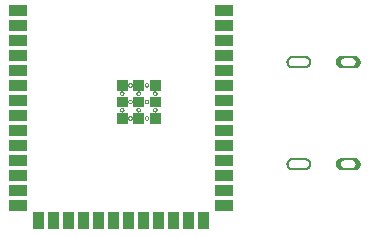
<source format=gbr>
%TF.GenerationSoftware,Flux,Pcbnew,7.0.11-7.0.11~ubuntu20.04.1*%
%TF.CreationDate,2024-08-16T08:07:52+00:00*%
%TF.ProjectId,input,696e7075-742e-46b6-9963-61645f706362,rev?*%
%TF.SameCoordinates,Original*%
%TF.FileFunction,Soldermask,Bot*%
%TF.FilePolarity,Negative*%
%FSLAX46Y46*%
G04 Gerber Fmt 4.6, Leading zero omitted, Abs format (unit mm)*
G04 Filename: betterflipperzero*
G04 Build it with Flux! Visit our site at: https://www.flux.ai (PCBNEW 7.0.11-7.0.11~ubuntu20.04.1) date 2024-08-16 08:07:52*
%MOMM*%
%LPD*%
G01*
G04 APERTURE LIST*
G04 APERTURE END LIST*
%TO.C,*%
G36*
X43284006Y-16385638D02*
G01*
X43309650Y-16388164D01*
X43335139Y-16391945D01*
X43360412Y-16396972D01*
X43385408Y-16403233D01*
X43410067Y-16410713D01*
X43434329Y-16419394D01*
X43458136Y-16429255D01*
X43481430Y-16440273D01*
X43504156Y-16452420D01*
X43526258Y-16465667D01*
X43547683Y-16479983D01*
X43568381Y-16495333D01*
X43588300Y-16511681D01*
X43607393Y-16528986D01*
X43625614Y-16547207D01*
X43642919Y-16566300D01*
X43659266Y-16586219D01*
X43674616Y-16606916D01*
X43688932Y-16628342D01*
X43702180Y-16650444D01*
X43714327Y-16673169D01*
X43725344Y-16696464D01*
X43735205Y-16720270D01*
X43743886Y-16744532D01*
X43751367Y-16769191D01*
X43757628Y-16794187D01*
X43762655Y-16819460D01*
X43766436Y-16844950D01*
X43768962Y-16870594D01*
X43770226Y-16896331D01*
X43770226Y-16922099D01*
X43768962Y-16947837D01*
X43766436Y-16973481D01*
X43762655Y-16998970D01*
X43757628Y-17024244D01*
X43751367Y-17049240D01*
X43743886Y-17073898D01*
X43735205Y-17098160D01*
X43725344Y-17121967D01*
X43714327Y-17145261D01*
X43702180Y-17167987D01*
X43688932Y-17190089D01*
X43674616Y-17211515D01*
X43659266Y-17232212D01*
X43642919Y-17252131D01*
X43625614Y-17271224D01*
X43607393Y-17289445D01*
X43588300Y-17306750D01*
X43568381Y-17323097D01*
X43547683Y-17338447D01*
X43526258Y-17352763D01*
X43504156Y-17366011D01*
X43481430Y-17378158D01*
X43458136Y-17389175D01*
X43434329Y-17399037D01*
X43410067Y-17407718D01*
X43385408Y-17415198D01*
X43360412Y-17421459D01*
X43335139Y-17426486D01*
X43309650Y-17430267D01*
X43284006Y-17432793D01*
X43258268Y-17434057D01*
X43232500Y-17434057D01*
X42182500Y-17434057D01*
X42156763Y-17432793D01*
X42131119Y-17430267D01*
X42105629Y-17426486D01*
X42080356Y-17421459D01*
X42055360Y-17415198D01*
X42030701Y-17407718D01*
X42006439Y-17399037D01*
X41982632Y-17389175D01*
X41959338Y-17378158D01*
X41936613Y-17366011D01*
X41914510Y-17352763D01*
X41893085Y-17338447D01*
X41872388Y-17323097D01*
X41852468Y-17306750D01*
X41833375Y-17289445D01*
X41815154Y-17271224D01*
X41797849Y-17252131D01*
X41781502Y-17232212D01*
X41766152Y-17211515D01*
X41751836Y-17190089D01*
X41738588Y-17167987D01*
X41726441Y-17145261D01*
X41715424Y-17121967D01*
X41705563Y-17098160D01*
X41696882Y-17073898D01*
X41689402Y-17049240D01*
X41683141Y-17024244D01*
X41678113Y-16998970D01*
X41674332Y-16973481D01*
X41671807Y-16947837D01*
X41670542Y-16922099D01*
X41670542Y-16917191D01*
X41845482Y-16917191D01*
X41846265Y-16933124D01*
X41847828Y-16948999D01*
X41850169Y-16964778D01*
X41853281Y-16980423D01*
X41857157Y-16995897D01*
X41861787Y-17011162D01*
X41867161Y-17026181D01*
X41873266Y-17040919D01*
X41880086Y-17055339D01*
X41887606Y-17069407D01*
X41895807Y-17083090D01*
X41904669Y-17096353D01*
X41914172Y-17109166D01*
X41924291Y-17121497D01*
X41935004Y-17133316D01*
X41946283Y-17144596D01*
X41958103Y-17155308D01*
X41970434Y-17165428D01*
X41983246Y-17174930D01*
X41996510Y-17183793D01*
X42010192Y-17191994D01*
X42024260Y-17199513D01*
X42038681Y-17206334D01*
X42053418Y-17212438D01*
X42068438Y-17217812D01*
X42083702Y-17222443D01*
X42099176Y-17226319D01*
X42114822Y-17229431D01*
X42130601Y-17231771D01*
X42146476Y-17233335D01*
X42162408Y-17234117D01*
X43262408Y-17234117D01*
X43278360Y-17234117D01*
X43294293Y-17233335D01*
X43310168Y-17231771D01*
X43325947Y-17229431D01*
X43341592Y-17226319D01*
X43357066Y-17222443D01*
X43372331Y-17217812D01*
X43387350Y-17212438D01*
X43402088Y-17206334D01*
X43416508Y-17199513D01*
X43430576Y-17191994D01*
X43444258Y-17183793D01*
X43457522Y-17174930D01*
X43470334Y-17165428D01*
X43482665Y-17155308D01*
X43494485Y-17144596D01*
X43505764Y-17133316D01*
X43516477Y-17121497D01*
X43526597Y-17109166D01*
X43536099Y-17096353D01*
X43544962Y-17083090D01*
X43553162Y-17069407D01*
X43560682Y-17055339D01*
X43567502Y-17040919D01*
X43573607Y-17026181D01*
X43578981Y-17011162D01*
X43583611Y-16995897D01*
X43587487Y-16980423D01*
X43590599Y-16964778D01*
X43592940Y-16948999D01*
X43594504Y-16933124D01*
X43595286Y-16917191D01*
X43595286Y-16901239D01*
X43594504Y-16885307D01*
X43592940Y-16869432D01*
X43590599Y-16853653D01*
X43587487Y-16838007D01*
X43583611Y-16822534D01*
X43578981Y-16807269D01*
X43573607Y-16792249D01*
X43567502Y-16777512D01*
X43560682Y-16763092D01*
X43553162Y-16749023D01*
X43544962Y-16735341D01*
X43536099Y-16722078D01*
X43526597Y-16709265D01*
X43516477Y-16696934D01*
X43505764Y-16685115D01*
X43494485Y-16673835D01*
X43482665Y-16663122D01*
X43470334Y-16653003D01*
X43457522Y-16643500D01*
X43444258Y-16634638D01*
X43430576Y-16626437D01*
X43416508Y-16618917D01*
X43402088Y-16612097D01*
X43387350Y-16605993D01*
X43372331Y-16600619D01*
X43357066Y-16595988D01*
X43341592Y-16592112D01*
X43325947Y-16589000D01*
X43310168Y-16586660D01*
X43294293Y-16585096D01*
X43278360Y-16584313D01*
X42162408Y-16584313D01*
X42146476Y-16585096D01*
X42130601Y-16586660D01*
X42114822Y-16589000D01*
X42099176Y-16592112D01*
X42083702Y-16595988D01*
X42068438Y-16600619D01*
X42053418Y-16605993D01*
X42038681Y-16612097D01*
X42024260Y-16618917D01*
X42010192Y-16626437D01*
X41996510Y-16634638D01*
X41983246Y-16643500D01*
X41970434Y-16653003D01*
X41958103Y-16663122D01*
X41946283Y-16673835D01*
X41935004Y-16685115D01*
X41924291Y-16696934D01*
X41914172Y-16709265D01*
X41904669Y-16722078D01*
X41895807Y-16735341D01*
X41887606Y-16749023D01*
X41880086Y-16763092D01*
X41873266Y-16777512D01*
X41867161Y-16792249D01*
X41861787Y-16807269D01*
X41857157Y-16822534D01*
X41853281Y-16838007D01*
X41850169Y-16853653D01*
X41847828Y-16869432D01*
X41846265Y-16885307D01*
X41845482Y-16901239D01*
X41845482Y-16917191D01*
X41670542Y-16917191D01*
X41670542Y-16896331D01*
X41671807Y-16870594D01*
X41674332Y-16844950D01*
X41678113Y-16819460D01*
X41683141Y-16794187D01*
X41689402Y-16769191D01*
X41696882Y-16744532D01*
X41705563Y-16720270D01*
X41715424Y-16696464D01*
X41726441Y-16673169D01*
X41738588Y-16650444D01*
X41751836Y-16628342D01*
X41766152Y-16606916D01*
X41781502Y-16586219D01*
X41797849Y-16566300D01*
X41815154Y-16547207D01*
X41833375Y-16528986D01*
X41852468Y-16511681D01*
X41872388Y-16495333D01*
X41893085Y-16479983D01*
X41914510Y-16465667D01*
X41936613Y-16452420D01*
X41959338Y-16440273D01*
X41982632Y-16429255D01*
X42006439Y-16419394D01*
X42030701Y-16410713D01*
X42055360Y-16403233D01*
X42080356Y-16396972D01*
X42105629Y-16391945D01*
X42131119Y-16388164D01*
X42156763Y-16385638D01*
X42182500Y-16384373D01*
X43258268Y-16384373D01*
X43284006Y-16385638D01*
G37*
G36*
X43284037Y-25025638D02*
G01*
X43309681Y-25028164D01*
X43335171Y-25031945D01*
X43360444Y-25036972D01*
X43385440Y-25043233D01*
X43410099Y-25050713D01*
X43434361Y-25059394D01*
X43458168Y-25069255D01*
X43481462Y-25080273D01*
X43504187Y-25092420D01*
X43526290Y-25105667D01*
X43547715Y-25119983D01*
X43568412Y-25135333D01*
X43588332Y-25151681D01*
X43607425Y-25168986D01*
X43625646Y-25187207D01*
X43642951Y-25206300D01*
X43659298Y-25226219D01*
X43674648Y-25246916D01*
X43688964Y-25268342D01*
X43702212Y-25290444D01*
X43714359Y-25313169D01*
X43725376Y-25336464D01*
X43735237Y-25360270D01*
X43743918Y-25384532D01*
X43751398Y-25409191D01*
X43757659Y-25434187D01*
X43762687Y-25459460D01*
X43766468Y-25484950D01*
X43768993Y-25510594D01*
X43770258Y-25536331D01*
X43770258Y-25562099D01*
X43768993Y-25587837D01*
X43766468Y-25613481D01*
X43762687Y-25638970D01*
X43757659Y-25664244D01*
X43751398Y-25689240D01*
X43743918Y-25713898D01*
X43735237Y-25738160D01*
X43725376Y-25761967D01*
X43714359Y-25785261D01*
X43702212Y-25807987D01*
X43688964Y-25830089D01*
X43674648Y-25851515D01*
X43659298Y-25872212D01*
X43642951Y-25892131D01*
X43625646Y-25911224D01*
X43607425Y-25929445D01*
X43588332Y-25946750D01*
X43568412Y-25963097D01*
X43547715Y-25978447D01*
X43526290Y-25992763D01*
X43504187Y-26006011D01*
X43481462Y-26018158D01*
X43458168Y-26029175D01*
X43434361Y-26039037D01*
X43410099Y-26047718D01*
X43385440Y-26055198D01*
X43360444Y-26061459D01*
X43335171Y-26066486D01*
X43309681Y-26070267D01*
X43284037Y-26072793D01*
X43258300Y-26074057D01*
X43232532Y-26074057D01*
X42182532Y-26074057D01*
X42156794Y-26072793D01*
X42131150Y-26070267D01*
X42105661Y-26066486D01*
X42080388Y-26061459D01*
X42055392Y-26055198D01*
X42030733Y-26047718D01*
X42006471Y-26039037D01*
X41982664Y-26029175D01*
X41959370Y-26018158D01*
X41936644Y-26006011D01*
X41914542Y-25992763D01*
X41893117Y-25978447D01*
X41872419Y-25963097D01*
X41852500Y-25946750D01*
X41833407Y-25929445D01*
X41815186Y-25911224D01*
X41797881Y-25892131D01*
X41781534Y-25872212D01*
X41766184Y-25851515D01*
X41751868Y-25830089D01*
X41738620Y-25807987D01*
X41726473Y-25785261D01*
X41715456Y-25761967D01*
X41705595Y-25738160D01*
X41696914Y-25713898D01*
X41689433Y-25689240D01*
X41683172Y-25664244D01*
X41678145Y-25638970D01*
X41674364Y-25613481D01*
X41671838Y-25587837D01*
X41670574Y-25562099D01*
X41670574Y-25557191D01*
X41845514Y-25557191D01*
X41846296Y-25573124D01*
X41847860Y-25588999D01*
X41850201Y-25604778D01*
X41853313Y-25620423D01*
X41857189Y-25635897D01*
X41861819Y-25651162D01*
X41867193Y-25666181D01*
X41873298Y-25680919D01*
X41880118Y-25695339D01*
X41887638Y-25709407D01*
X41895838Y-25723090D01*
X41904701Y-25736353D01*
X41914203Y-25749166D01*
X41924323Y-25761497D01*
X41935036Y-25773316D01*
X41946315Y-25784596D01*
X41958135Y-25795308D01*
X41970466Y-25805428D01*
X41983278Y-25814930D01*
X41996542Y-25823793D01*
X42010224Y-25831994D01*
X42024292Y-25839513D01*
X42038712Y-25846334D01*
X42053450Y-25852438D01*
X42068469Y-25857812D01*
X42083734Y-25862443D01*
X42099208Y-25866319D01*
X42114853Y-25869431D01*
X42130632Y-25871771D01*
X42146507Y-25873335D01*
X42162440Y-25874117D01*
X43262440Y-25874117D01*
X43278392Y-25874117D01*
X43294324Y-25873335D01*
X43310199Y-25871771D01*
X43325978Y-25869431D01*
X43341624Y-25866319D01*
X43357098Y-25862443D01*
X43372362Y-25857812D01*
X43387382Y-25852438D01*
X43402119Y-25846334D01*
X43416540Y-25839513D01*
X43430608Y-25831994D01*
X43444290Y-25823793D01*
X43457554Y-25814930D01*
X43470366Y-25805428D01*
X43482697Y-25795308D01*
X43494517Y-25784596D01*
X43505796Y-25773316D01*
X43516509Y-25761497D01*
X43526628Y-25749166D01*
X43536131Y-25736353D01*
X43544993Y-25723090D01*
X43553194Y-25709407D01*
X43560714Y-25695339D01*
X43567534Y-25680919D01*
X43573639Y-25666181D01*
X43579013Y-25651162D01*
X43583643Y-25635897D01*
X43587519Y-25620423D01*
X43590631Y-25604778D01*
X43592972Y-25588999D01*
X43594535Y-25573124D01*
X43595318Y-25557191D01*
X43595318Y-25541239D01*
X43594535Y-25525307D01*
X43592972Y-25509432D01*
X43590631Y-25493653D01*
X43587519Y-25478007D01*
X43583643Y-25462534D01*
X43579013Y-25447269D01*
X43573639Y-25432249D01*
X43567534Y-25417512D01*
X43560714Y-25403092D01*
X43553194Y-25389023D01*
X43544993Y-25375341D01*
X43536131Y-25362078D01*
X43526628Y-25349265D01*
X43516509Y-25336934D01*
X43505796Y-25325115D01*
X43494517Y-25313835D01*
X43482697Y-25303122D01*
X43470366Y-25293003D01*
X43457554Y-25283500D01*
X43444290Y-25274638D01*
X43430608Y-25266437D01*
X43416540Y-25258917D01*
X43402119Y-25252097D01*
X43387382Y-25245993D01*
X43372362Y-25240619D01*
X43357098Y-25235988D01*
X43341624Y-25232112D01*
X43325978Y-25229000D01*
X43310199Y-25226660D01*
X43294324Y-25225096D01*
X43278392Y-25224313D01*
X42162440Y-25224313D01*
X42146507Y-25225096D01*
X42130632Y-25226660D01*
X42114853Y-25229000D01*
X42099208Y-25232112D01*
X42083734Y-25235988D01*
X42068469Y-25240619D01*
X42053450Y-25245993D01*
X42038712Y-25252097D01*
X42024292Y-25258917D01*
X42010224Y-25266437D01*
X41996542Y-25274638D01*
X41983278Y-25283500D01*
X41970466Y-25293003D01*
X41958135Y-25303122D01*
X41946315Y-25313835D01*
X41935036Y-25325115D01*
X41924323Y-25336934D01*
X41914203Y-25349265D01*
X41904701Y-25362078D01*
X41895838Y-25375341D01*
X41887638Y-25389023D01*
X41880118Y-25403092D01*
X41873298Y-25417512D01*
X41867193Y-25432249D01*
X41861819Y-25447269D01*
X41857189Y-25462534D01*
X41853313Y-25478007D01*
X41850201Y-25493653D01*
X41847860Y-25509432D01*
X41846296Y-25525307D01*
X41845514Y-25541239D01*
X41845514Y-25557191D01*
X41670574Y-25557191D01*
X41670574Y-25536331D01*
X41671838Y-25510594D01*
X41674364Y-25484950D01*
X41678145Y-25459460D01*
X41683172Y-25434187D01*
X41689433Y-25409191D01*
X41696914Y-25384532D01*
X41705595Y-25360270D01*
X41715456Y-25336464D01*
X41726473Y-25313169D01*
X41738620Y-25290444D01*
X41751868Y-25268342D01*
X41766184Y-25246916D01*
X41781534Y-25226219D01*
X41797881Y-25206300D01*
X41815186Y-25187207D01*
X41833407Y-25168986D01*
X41852500Y-25151681D01*
X41872419Y-25135333D01*
X41893117Y-25119983D01*
X41914542Y-25105667D01*
X41936644Y-25092420D01*
X41959370Y-25080273D01*
X41982664Y-25069255D01*
X42006471Y-25059394D01*
X42030733Y-25050713D01*
X42055392Y-25043233D01*
X42080388Y-25036972D01*
X42105661Y-25031945D01*
X42131150Y-25028164D01*
X42156794Y-25025638D01*
X42182532Y-25024373D01*
X43258300Y-25024373D01*
X43284037Y-25025638D01*
G37*
G36*
X47464037Y-25025623D02*
G01*
X47489681Y-25028148D01*
X47515171Y-25031929D01*
X47540444Y-25036956D01*
X47565440Y-25043218D01*
X47590099Y-25050698D01*
X47614361Y-25059379D01*
X47638168Y-25069240D01*
X47661462Y-25080257D01*
X47684187Y-25092404D01*
X47706290Y-25105652D01*
X47727715Y-25119968D01*
X47748412Y-25135318D01*
X47768332Y-25151665D01*
X47787425Y-25168970D01*
X47805646Y-25187191D01*
X47822951Y-25206284D01*
X47839298Y-25226203D01*
X47854648Y-25246901D01*
X47868964Y-25268326D01*
X47882212Y-25290428D01*
X47894359Y-25313154D01*
X47905376Y-25336448D01*
X47915237Y-25360255D01*
X47923918Y-25384517D01*
X47931398Y-25409176D01*
X47937659Y-25434172D01*
X47942687Y-25459445D01*
X47946468Y-25484934D01*
X47948993Y-25510579D01*
X47950258Y-25536316D01*
X47950258Y-25562084D01*
X47948993Y-25587821D01*
X47946468Y-25613466D01*
X47942687Y-25638955D01*
X47937659Y-25664228D01*
X47931398Y-25689224D01*
X47923918Y-25713883D01*
X47915237Y-25738145D01*
X47905376Y-25761952D01*
X47894359Y-25785246D01*
X47882212Y-25807972D01*
X47868964Y-25830074D01*
X47854648Y-25851499D01*
X47839298Y-25872197D01*
X47822951Y-25892116D01*
X47805646Y-25911209D01*
X47787425Y-25929430D01*
X47768332Y-25946735D01*
X47748412Y-25963082D01*
X47727715Y-25978432D01*
X47706290Y-25992748D01*
X47684187Y-26005996D01*
X47661462Y-26018143D01*
X47638168Y-26029160D01*
X47614361Y-26039021D01*
X47590099Y-26047702D01*
X47565440Y-26055182D01*
X47540444Y-26061444D01*
X47515171Y-26066471D01*
X47489681Y-26070252D01*
X47464037Y-26072777D01*
X47438300Y-26074042D01*
X47412532Y-26074042D01*
X46362532Y-26074042D01*
X46336794Y-26072777D01*
X46311150Y-26070252D01*
X46285661Y-26066471D01*
X46260388Y-26061444D01*
X46235392Y-26055182D01*
X46210733Y-26047702D01*
X46186471Y-26039021D01*
X46162664Y-26029160D01*
X46139370Y-26018143D01*
X46116644Y-26005996D01*
X46094542Y-25992748D01*
X46073117Y-25978432D01*
X46052419Y-25963082D01*
X46032500Y-25946735D01*
X46013407Y-25929430D01*
X45995186Y-25911209D01*
X45977881Y-25892116D01*
X45961534Y-25872197D01*
X45946184Y-25851499D01*
X45931868Y-25830074D01*
X45918620Y-25807972D01*
X45906473Y-25785246D01*
X45895456Y-25761952D01*
X45885595Y-25738145D01*
X45876914Y-25713883D01*
X45869433Y-25689224D01*
X45863172Y-25664228D01*
X45858145Y-25638955D01*
X45854364Y-25613466D01*
X45851838Y-25587821D01*
X45850574Y-25562084D01*
X45850574Y-25557176D01*
X46275514Y-25557176D01*
X46276296Y-25573108D01*
X46277860Y-25588983D01*
X46280201Y-25604763D01*
X46283313Y-25620408D01*
X46287189Y-25635882D01*
X46291819Y-25651147D01*
X46297193Y-25666166D01*
X46303298Y-25680903D01*
X46310118Y-25695324D01*
X46317638Y-25709392D01*
X46325838Y-25723074D01*
X46334701Y-25736338D01*
X46344203Y-25749150D01*
X46354323Y-25761481D01*
X46365036Y-25773301D01*
X46376315Y-25784580D01*
X46388135Y-25795293D01*
X46400466Y-25805413D01*
X46413278Y-25814915D01*
X46426542Y-25823777D01*
X46440224Y-25831978D01*
X46454292Y-25839498D01*
X46468712Y-25846318D01*
X46483450Y-25852423D01*
X46498469Y-25857797D01*
X46513734Y-25862427D01*
X46529208Y-25866303D01*
X46544853Y-25869415D01*
X46560632Y-25871756D01*
X46576507Y-25873319D01*
X46592440Y-25874102D01*
X47192440Y-25874102D01*
X47208392Y-25874102D01*
X47224324Y-25873319D01*
X47240199Y-25871756D01*
X47255978Y-25869415D01*
X47271624Y-25866303D01*
X47287098Y-25862427D01*
X47302362Y-25857797D01*
X47317382Y-25852423D01*
X47332119Y-25846318D01*
X47346540Y-25839498D01*
X47360608Y-25831978D01*
X47374290Y-25823777D01*
X47387554Y-25814915D01*
X47400366Y-25805413D01*
X47412697Y-25795293D01*
X47424517Y-25784580D01*
X47435796Y-25773301D01*
X47446509Y-25761481D01*
X47456628Y-25749150D01*
X47466131Y-25736338D01*
X47474993Y-25723074D01*
X47483194Y-25709392D01*
X47490714Y-25695324D01*
X47497534Y-25680903D01*
X47503639Y-25666166D01*
X47509013Y-25651147D01*
X47513643Y-25635882D01*
X47517519Y-25620408D01*
X47520631Y-25604763D01*
X47522972Y-25588983D01*
X47524535Y-25573108D01*
X47525318Y-25557176D01*
X47525318Y-25541224D01*
X47524535Y-25525292D01*
X47522972Y-25509417D01*
X47520631Y-25493637D01*
X47517519Y-25477992D01*
X47513643Y-25462518D01*
X47509013Y-25447253D01*
X47503639Y-25432234D01*
X47497534Y-25417497D01*
X47490714Y-25403076D01*
X47483194Y-25389008D01*
X47474993Y-25375326D01*
X47466131Y-25362062D01*
X47456628Y-25349250D01*
X47446509Y-25336919D01*
X47435796Y-25325099D01*
X47424517Y-25313820D01*
X47412697Y-25303107D01*
X47400366Y-25292987D01*
X47387554Y-25283485D01*
X47374290Y-25274623D01*
X47360608Y-25266422D01*
X47346540Y-25258902D01*
X47332119Y-25252082D01*
X47317382Y-25245977D01*
X47302362Y-25240603D01*
X47287098Y-25235973D01*
X47271624Y-25232097D01*
X47255978Y-25228985D01*
X47240199Y-25226644D01*
X47224324Y-25225081D01*
X47208392Y-25224298D01*
X46592440Y-25224298D01*
X46576507Y-25225081D01*
X46560632Y-25226644D01*
X46544853Y-25228985D01*
X46529208Y-25232097D01*
X46513734Y-25235973D01*
X46498469Y-25240603D01*
X46483450Y-25245977D01*
X46468712Y-25252082D01*
X46454292Y-25258902D01*
X46440224Y-25266422D01*
X46426542Y-25274623D01*
X46413278Y-25283485D01*
X46400466Y-25292987D01*
X46388135Y-25303107D01*
X46376315Y-25313820D01*
X46365036Y-25325099D01*
X46354323Y-25336919D01*
X46344203Y-25349250D01*
X46334701Y-25362062D01*
X46325838Y-25375326D01*
X46317638Y-25389008D01*
X46310118Y-25403076D01*
X46303298Y-25417497D01*
X46297193Y-25432234D01*
X46291819Y-25447253D01*
X46287189Y-25462518D01*
X46283313Y-25477992D01*
X46280201Y-25493637D01*
X46277860Y-25509417D01*
X46276296Y-25525292D01*
X46275514Y-25541224D01*
X46275514Y-25557176D01*
X45850574Y-25557176D01*
X45850574Y-25536316D01*
X45851838Y-25510579D01*
X45854364Y-25484934D01*
X45858145Y-25459445D01*
X45863172Y-25434172D01*
X45869433Y-25409176D01*
X45876914Y-25384517D01*
X45885595Y-25360255D01*
X45895456Y-25336448D01*
X45906473Y-25313154D01*
X45918620Y-25290428D01*
X45931868Y-25268326D01*
X45946184Y-25246901D01*
X45961534Y-25226203D01*
X45977881Y-25206284D01*
X45995186Y-25187191D01*
X46013407Y-25168970D01*
X46032500Y-25151665D01*
X46052419Y-25135318D01*
X46073117Y-25119968D01*
X46094542Y-25105652D01*
X46116644Y-25092404D01*
X46139370Y-25080257D01*
X46162664Y-25069240D01*
X46186471Y-25059379D01*
X46210733Y-25050698D01*
X46235392Y-25043218D01*
X46260388Y-25036956D01*
X46285661Y-25031929D01*
X46311150Y-25028148D01*
X46336794Y-25025623D01*
X46362532Y-25024358D01*
X47438300Y-25024358D01*
X47464037Y-25025623D01*
G37*
G36*
X47464006Y-16385623D02*
G01*
X47489650Y-16388148D01*
X47515139Y-16391929D01*
X47540412Y-16396956D01*
X47565408Y-16403218D01*
X47590067Y-16410698D01*
X47614329Y-16419379D01*
X47638136Y-16429240D01*
X47661430Y-16440257D01*
X47684156Y-16452404D01*
X47706258Y-16465652D01*
X47727683Y-16479968D01*
X47748381Y-16495318D01*
X47768300Y-16511665D01*
X47787393Y-16528970D01*
X47805614Y-16547191D01*
X47822919Y-16566284D01*
X47839266Y-16586203D01*
X47854616Y-16606901D01*
X47868932Y-16628326D01*
X47882180Y-16650428D01*
X47894327Y-16673154D01*
X47905344Y-16696448D01*
X47915205Y-16720255D01*
X47923886Y-16744517D01*
X47931367Y-16769176D01*
X47937628Y-16794172D01*
X47942655Y-16819445D01*
X47946436Y-16844934D01*
X47948962Y-16870579D01*
X47950226Y-16896316D01*
X47950226Y-16922084D01*
X47948962Y-16947821D01*
X47946436Y-16973466D01*
X47942655Y-16998955D01*
X47937628Y-17024228D01*
X47931367Y-17049224D01*
X47923886Y-17073883D01*
X47915205Y-17098145D01*
X47905344Y-17121952D01*
X47894327Y-17145246D01*
X47882180Y-17167972D01*
X47868932Y-17190074D01*
X47854616Y-17211499D01*
X47839266Y-17232197D01*
X47822919Y-17252116D01*
X47805614Y-17271209D01*
X47787393Y-17289430D01*
X47768300Y-17306735D01*
X47748381Y-17323082D01*
X47727683Y-17338432D01*
X47706258Y-17352748D01*
X47684156Y-17365996D01*
X47661430Y-17378143D01*
X47638136Y-17389160D01*
X47614329Y-17399021D01*
X47590067Y-17407702D01*
X47565408Y-17415182D01*
X47540412Y-17421444D01*
X47515139Y-17426471D01*
X47489650Y-17430252D01*
X47464006Y-17432777D01*
X47438268Y-17434042D01*
X47412500Y-17434042D01*
X46362500Y-17434042D01*
X46336763Y-17432777D01*
X46311119Y-17430252D01*
X46285629Y-17426471D01*
X46260356Y-17421444D01*
X46235360Y-17415182D01*
X46210701Y-17407702D01*
X46186439Y-17399021D01*
X46162632Y-17389160D01*
X46139338Y-17378143D01*
X46116613Y-17365996D01*
X46094510Y-17352748D01*
X46073085Y-17338432D01*
X46052388Y-17323082D01*
X46032468Y-17306735D01*
X46013375Y-17289430D01*
X45995154Y-17271209D01*
X45977849Y-17252116D01*
X45961502Y-17232197D01*
X45946152Y-17211499D01*
X45931836Y-17190074D01*
X45918588Y-17167972D01*
X45906441Y-17145246D01*
X45895424Y-17121952D01*
X45885563Y-17098145D01*
X45876882Y-17073883D01*
X45869402Y-17049224D01*
X45863141Y-17024228D01*
X45858113Y-16998955D01*
X45854332Y-16973466D01*
X45851807Y-16947821D01*
X45850542Y-16922084D01*
X45850542Y-16917176D01*
X46275482Y-16917176D01*
X46276265Y-16933108D01*
X46277828Y-16948983D01*
X46280169Y-16964763D01*
X46283281Y-16980408D01*
X46287157Y-16995882D01*
X46291787Y-17011147D01*
X46297161Y-17026166D01*
X46303266Y-17040903D01*
X46310086Y-17055324D01*
X46317606Y-17069392D01*
X46325807Y-17083074D01*
X46334669Y-17096338D01*
X46344172Y-17109150D01*
X46354291Y-17121481D01*
X46365004Y-17133301D01*
X46376283Y-17144580D01*
X46388103Y-17155293D01*
X46400434Y-17165413D01*
X46413246Y-17174915D01*
X46426510Y-17183777D01*
X46440192Y-17191978D01*
X46454260Y-17199498D01*
X46468681Y-17206318D01*
X46483418Y-17212423D01*
X46498438Y-17217797D01*
X46513702Y-17222427D01*
X46529176Y-17226303D01*
X46544822Y-17229415D01*
X46560601Y-17231756D01*
X46576476Y-17233319D01*
X46592408Y-17234102D01*
X47192408Y-17234102D01*
X47208360Y-17234102D01*
X47224293Y-17233319D01*
X47240168Y-17231756D01*
X47255947Y-17229415D01*
X47271592Y-17226303D01*
X47287066Y-17222427D01*
X47302331Y-17217797D01*
X47317350Y-17212423D01*
X47332088Y-17206318D01*
X47346508Y-17199498D01*
X47360576Y-17191978D01*
X47374258Y-17183777D01*
X47387522Y-17174915D01*
X47400334Y-17165413D01*
X47412665Y-17155293D01*
X47424485Y-17144580D01*
X47435764Y-17133301D01*
X47446477Y-17121481D01*
X47456597Y-17109150D01*
X47466099Y-17096338D01*
X47474962Y-17083074D01*
X47483162Y-17069392D01*
X47490682Y-17055324D01*
X47497502Y-17040903D01*
X47503607Y-17026166D01*
X47508981Y-17011147D01*
X47513611Y-16995882D01*
X47517487Y-16980408D01*
X47520599Y-16964763D01*
X47522940Y-16948983D01*
X47524504Y-16933108D01*
X47525286Y-16917176D01*
X47525286Y-16901224D01*
X47524504Y-16885292D01*
X47522940Y-16869417D01*
X47520599Y-16853637D01*
X47517487Y-16837992D01*
X47513611Y-16822518D01*
X47508981Y-16807253D01*
X47503607Y-16792234D01*
X47497502Y-16777497D01*
X47490682Y-16763076D01*
X47483162Y-16749008D01*
X47474962Y-16735326D01*
X47466099Y-16722062D01*
X47456597Y-16709250D01*
X47446477Y-16696919D01*
X47435764Y-16685099D01*
X47424485Y-16673820D01*
X47412665Y-16663107D01*
X47400334Y-16652987D01*
X47387522Y-16643485D01*
X47374258Y-16634623D01*
X47360576Y-16626422D01*
X47346508Y-16618902D01*
X47332088Y-16612082D01*
X47317350Y-16605977D01*
X47302331Y-16600603D01*
X47287066Y-16595973D01*
X47271592Y-16592097D01*
X47255947Y-16588985D01*
X47240168Y-16586644D01*
X47224293Y-16585081D01*
X47208360Y-16584298D01*
X46592408Y-16584298D01*
X46576476Y-16585081D01*
X46560601Y-16586644D01*
X46544822Y-16588985D01*
X46529176Y-16592097D01*
X46513702Y-16595973D01*
X46498438Y-16600603D01*
X46483418Y-16605977D01*
X46468681Y-16612082D01*
X46454260Y-16618902D01*
X46440192Y-16626422D01*
X46426510Y-16634623D01*
X46413246Y-16643485D01*
X46400434Y-16652987D01*
X46388103Y-16663107D01*
X46376283Y-16673820D01*
X46365004Y-16685099D01*
X46354291Y-16696919D01*
X46344172Y-16709250D01*
X46334669Y-16722062D01*
X46325807Y-16735326D01*
X46317606Y-16749008D01*
X46310086Y-16763076D01*
X46303266Y-16777497D01*
X46297161Y-16792234D01*
X46291787Y-16807253D01*
X46287157Y-16822518D01*
X46283281Y-16837992D01*
X46280169Y-16853637D01*
X46277828Y-16869417D01*
X46276265Y-16885292D01*
X46275482Y-16901224D01*
X46275482Y-16917176D01*
X45850542Y-16917176D01*
X45850542Y-16896316D01*
X45851807Y-16870579D01*
X45854332Y-16844934D01*
X45858113Y-16819445D01*
X45863141Y-16794172D01*
X45869402Y-16769176D01*
X45876882Y-16744517D01*
X45885563Y-16720255D01*
X45895424Y-16696448D01*
X45906441Y-16673154D01*
X45918588Y-16650428D01*
X45931836Y-16628326D01*
X45946152Y-16606901D01*
X45961502Y-16586203D01*
X45977849Y-16566284D01*
X45995154Y-16547191D01*
X46013375Y-16528970D01*
X46032468Y-16511665D01*
X46052388Y-16495318D01*
X46073085Y-16479968D01*
X46094510Y-16465652D01*
X46116613Y-16452404D01*
X46139338Y-16440257D01*
X46162632Y-16429240D01*
X46186439Y-16419379D01*
X46210701Y-16410698D01*
X46235360Y-16403218D01*
X46260356Y-16396956D01*
X46285629Y-16391929D01*
X46311119Y-16388148D01*
X46336763Y-16385623D01*
X46362500Y-16384358D01*
X47438268Y-16384358D01*
X47464006Y-16385623D01*
G37*
G36*
X19664300Y-14279200D02*
G01*
X18164300Y-14279200D01*
X18164300Y-13379200D01*
X19664300Y-13379200D01*
X19664300Y-14279200D01*
G37*
G36*
X19664300Y-18089200D02*
G01*
X18164300Y-18089200D01*
X18164300Y-17189200D01*
X19664300Y-17189200D01*
X19664300Y-18089200D01*
G37*
G36*
X28214300Y-19329200D02*
G01*
X27314300Y-19329200D01*
X27314300Y-18429200D01*
X28214300Y-18429200D01*
X28214300Y-19329200D01*
G37*
G36*
X28214300Y-22129200D02*
G01*
X27314300Y-22129200D01*
X27314300Y-21229200D01*
X28214300Y-21229200D01*
X28214300Y-22129200D01*
G37*
G36*
X31289300Y-31069200D02*
G01*
X30389300Y-31069200D01*
X30389300Y-29569200D01*
X31289300Y-29569200D01*
X31289300Y-31069200D01*
G37*
G36*
X19664300Y-15549200D02*
G01*
X18164300Y-15549200D01*
X18164300Y-14649200D01*
X19664300Y-14649200D01*
X19664300Y-15549200D01*
G37*
G36*
X19664300Y-19359200D02*
G01*
X18164300Y-19359200D01*
X18164300Y-18459200D01*
X19664300Y-18459200D01*
X19664300Y-19359200D01*
G37*
G36*
X19664300Y-26979200D02*
G01*
X18164300Y-26979200D01*
X18164300Y-26079200D01*
X19664300Y-26079200D01*
X19664300Y-26979200D01*
G37*
G36*
X28749300Y-31069200D02*
G01*
X27849300Y-31069200D01*
X27849300Y-29569200D01*
X28749300Y-29569200D01*
X28749300Y-31069200D01*
G37*
G36*
X31014300Y-22129200D02*
G01*
X30114300Y-22129200D01*
X30114300Y-21229200D01*
X31014300Y-21229200D01*
X31014300Y-22129200D01*
G37*
G36*
X37164300Y-20629200D02*
G01*
X35664300Y-20629200D01*
X35664300Y-19729200D01*
X37164300Y-19729200D01*
X37164300Y-20629200D01*
G37*
G36*
X32559300Y-31069200D02*
G01*
X31659300Y-31069200D01*
X31659300Y-29569200D01*
X32559300Y-29569200D01*
X32559300Y-31069200D01*
G37*
G36*
X37164300Y-28249200D02*
G01*
X35664300Y-28249200D01*
X35664300Y-27349200D01*
X37164300Y-27349200D01*
X37164300Y-28249200D01*
G37*
G36*
X19664300Y-28249200D02*
G01*
X18164300Y-28249200D01*
X18164300Y-27349200D01*
X19664300Y-27349200D01*
X19664300Y-28249200D01*
G37*
G36*
X19664300Y-25709200D02*
G01*
X18164300Y-25709200D01*
X18164300Y-24809200D01*
X19664300Y-24809200D01*
X19664300Y-25709200D01*
G37*
G36*
X37164300Y-14279200D02*
G01*
X35664300Y-14279200D01*
X35664300Y-13379200D01*
X37164300Y-13379200D01*
X37164300Y-14279200D01*
G37*
G36*
X19664300Y-21899200D02*
G01*
X18164300Y-21899200D01*
X18164300Y-20999200D01*
X19664300Y-20999200D01*
X19664300Y-21899200D01*
G37*
G36*
X22399300Y-31069200D02*
G01*
X21499300Y-31069200D01*
X21499300Y-29569200D01*
X22399300Y-29569200D01*
X22399300Y-31069200D01*
G37*
G36*
X19664300Y-16819200D02*
G01*
X18164300Y-16819200D01*
X18164300Y-15919200D01*
X19664300Y-15919200D01*
X19664300Y-16819200D01*
G37*
G36*
X37164300Y-24439200D02*
G01*
X35664300Y-24439200D01*
X35664300Y-23539200D01*
X37164300Y-23539200D01*
X37164300Y-24439200D01*
G37*
G36*
X19664300Y-29519200D02*
G01*
X18164300Y-29519200D01*
X18164300Y-28619200D01*
X19664300Y-28619200D01*
X19664300Y-29519200D01*
G37*
G36*
X37164300Y-29519200D02*
G01*
X35664300Y-29519200D01*
X35664300Y-28619200D01*
X37164300Y-28619200D01*
X37164300Y-29519200D01*
G37*
G36*
X33829300Y-31069200D02*
G01*
X32929300Y-31069200D01*
X32929300Y-29569200D01*
X33829300Y-29569200D01*
X33829300Y-31069200D01*
G37*
G36*
X23669300Y-31069200D02*
G01*
X22769300Y-31069200D01*
X22769300Y-29569200D01*
X23669300Y-29569200D01*
X23669300Y-31069200D01*
G37*
G36*
X31014300Y-20729200D02*
G01*
X30114300Y-20729200D01*
X30114300Y-19829200D01*
X31014300Y-19829200D01*
X31014300Y-20729200D01*
G37*
G36*
X37164300Y-16819200D02*
G01*
X35664300Y-16819200D01*
X35664300Y-15919200D01*
X37164300Y-15919200D01*
X37164300Y-16819200D01*
G37*
G36*
X30019300Y-31069200D02*
G01*
X29119300Y-31069200D01*
X29119300Y-29569200D01*
X30019300Y-29569200D01*
X30019300Y-31069200D01*
G37*
G36*
X37164300Y-15549200D02*
G01*
X35664300Y-15549200D01*
X35664300Y-14649200D01*
X37164300Y-14649200D01*
X37164300Y-15549200D01*
G37*
G36*
X21129300Y-31069200D02*
G01*
X20229300Y-31069200D01*
X20229300Y-29569200D01*
X21129300Y-29569200D01*
X21129300Y-31069200D01*
G37*
G36*
X37164300Y-21899200D02*
G01*
X35664300Y-21899200D01*
X35664300Y-20999200D01*
X37164300Y-20999200D01*
X37164300Y-21899200D01*
G37*
G36*
X37164300Y-23169200D02*
G01*
X35664300Y-23169200D01*
X35664300Y-22269200D01*
X37164300Y-22269200D01*
X37164300Y-23169200D01*
G37*
G36*
X19664300Y-20629200D02*
G01*
X18164300Y-20629200D01*
X18164300Y-19729200D01*
X19664300Y-19729200D01*
X19664300Y-20629200D01*
G37*
G36*
X28214300Y-20729200D02*
G01*
X27314300Y-20729200D01*
X27314300Y-19829200D01*
X28214300Y-19829200D01*
X28214300Y-20729200D01*
G37*
G36*
X37164300Y-25709200D02*
G01*
X35664300Y-25709200D01*
X35664300Y-24809200D01*
X37164300Y-24809200D01*
X37164300Y-25709200D01*
G37*
G36*
X19664300Y-23169200D02*
G01*
X18164300Y-23169200D01*
X18164300Y-22269200D01*
X19664300Y-22269200D01*
X19664300Y-23169200D01*
G37*
G36*
X37164300Y-26979200D02*
G01*
X35664300Y-26979200D01*
X35664300Y-26079200D01*
X37164300Y-26079200D01*
X37164300Y-26979200D01*
G37*
G36*
X37164300Y-19359200D02*
G01*
X35664300Y-19359200D01*
X35664300Y-18459200D01*
X37164300Y-18459200D01*
X37164300Y-19359200D01*
G37*
G36*
X27479300Y-31069200D02*
G01*
X26579300Y-31069200D01*
X26579300Y-29569200D01*
X27479300Y-29569200D01*
X27479300Y-31069200D01*
G37*
G36*
X29614300Y-22129200D02*
G01*
X28714300Y-22129200D01*
X28714300Y-21229200D01*
X29614300Y-21229200D01*
X29614300Y-22129200D01*
G37*
G36*
X19664300Y-13009200D02*
G01*
X18164300Y-13009200D01*
X18164300Y-12109200D01*
X19664300Y-12109200D01*
X19664300Y-13009200D01*
G37*
G36*
X29614300Y-20729200D02*
G01*
X28714300Y-20729200D01*
X28714300Y-19829200D01*
X29614300Y-19829200D01*
X29614300Y-20729200D01*
G37*
G36*
X26209300Y-31069200D02*
G01*
X25309300Y-31069200D01*
X25309300Y-29569200D01*
X26209300Y-29569200D01*
X26209300Y-31069200D01*
G37*
G36*
X37164300Y-18089200D02*
G01*
X35664300Y-18089200D01*
X35664300Y-17189200D01*
X37164300Y-17189200D01*
X37164300Y-18089200D01*
G37*
G36*
X37164300Y-13009200D02*
G01*
X35664300Y-13009200D01*
X35664300Y-12109200D01*
X37164300Y-12109200D01*
X37164300Y-13009200D01*
G37*
G36*
X24939300Y-31069200D02*
G01*
X24039300Y-31069200D01*
X24039300Y-29569200D01*
X24939300Y-29569200D01*
X24939300Y-31069200D01*
G37*
G36*
X29614300Y-19329200D02*
G01*
X28714300Y-19329200D01*
X28714300Y-18429200D01*
X29614300Y-18429200D01*
X29614300Y-19329200D01*
G37*
G36*
X35099300Y-31069200D02*
G01*
X34199300Y-31069200D01*
X34199300Y-29569200D01*
X35099300Y-29569200D01*
X35099300Y-31069200D01*
G37*
G36*
X31014300Y-19329200D02*
G01*
X30114300Y-19329200D01*
X30114300Y-18429200D01*
X31014300Y-18429200D01*
X31014300Y-19329200D01*
G37*
G36*
X19664300Y-24439200D02*
G01*
X18164300Y-24439200D01*
X18164300Y-23539200D01*
X19664300Y-23539200D01*
X19664300Y-24439200D01*
G37*
G36*
X28479013Y-21479742D02*
G01*
X28488782Y-21480704D01*
X28498492Y-21482144D01*
X28508120Y-21484060D01*
X28517643Y-21486445D01*
X28527036Y-21489294D01*
X28536279Y-21492601D01*
X28545348Y-21496358D01*
X28554222Y-21500555D01*
X28562880Y-21505183D01*
X28571300Y-21510229D01*
X28579462Y-21515683D01*
X28587346Y-21521531D01*
X28594935Y-21527758D01*
X28602208Y-21534351D01*
X28609149Y-21541292D01*
X28615742Y-21548565D01*
X28621969Y-21556154D01*
X28627817Y-21564038D01*
X28633271Y-21572200D01*
X28638317Y-21580620D01*
X28642945Y-21589278D01*
X28647142Y-21598152D01*
X28650899Y-21607221D01*
X28654206Y-21616464D01*
X28657055Y-21625857D01*
X28659440Y-21635380D01*
X28661356Y-21645008D01*
X28662796Y-21654718D01*
X28663758Y-21664487D01*
X28664240Y-21674292D01*
X28664240Y-21684108D01*
X28663758Y-21693913D01*
X28662796Y-21703682D01*
X28661356Y-21713392D01*
X28659440Y-21723020D01*
X28657055Y-21732543D01*
X28654206Y-21741936D01*
X28650899Y-21751179D01*
X28647142Y-21760248D01*
X28642945Y-21769122D01*
X28638317Y-21777780D01*
X28633271Y-21786200D01*
X28627817Y-21794362D01*
X28621969Y-21802246D01*
X28615742Y-21809835D01*
X28609149Y-21817108D01*
X28602208Y-21824049D01*
X28594935Y-21830642D01*
X28587346Y-21836869D01*
X28579462Y-21842717D01*
X28571300Y-21848171D01*
X28562880Y-21853217D01*
X28554222Y-21857845D01*
X28545348Y-21862042D01*
X28536279Y-21865799D01*
X28527036Y-21869106D01*
X28517643Y-21871955D01*
X28508120Y-21874340D01*
X28498492Y-21876256D01*
X28488782Y-21877696D01*
X28479013Y-21878658D01*
X28469208Y-21879140D01*
X28459392Y-21879140D01*
X28449587Y-21878658D01*
X28439818Y-21877696D01*
X28430108Y-21876256D01*
X28420480Y-21874340D01*
X28410957Y-21871955D01*
X28401564Y-21869106D01*
X28392321Y-21865799D01*
X28383252Y-21862042D01*
X28374378Y-21857845D01*
X28365720Y-21853217D01*
X28357300Y-21848171D01*
X28349138Y-21842717D01*
X28341254Y-21836869D01*
X28333665Y-21830642D01*
X28326392Y-21824049D01*
X28319451Y-21817108D01*
X28312858Y-21809835D01*
X28306631Y-21802246D01*
X28300783Y-21794362D01*
X28295329Y-21786200D01*
X28290283Y-21777780D01*
X28285655Y-21769122D01*
X28281458Y-21760248D01*
X28277701Y-21751179D01*
X28274394Y-21741936D01*
X28271545Y-21732543D01*
X28269160Y-21723020D01*
X28267244Y-21713392D01*
X28265804Y-21703682D01*
X28264842Y-21693913D01*
X28264360Y-21684108D01*
X28264360Y-21681654D01*
X28364330Y-21681654D01*
X28364571Y-21686556D01*
X28365052Y-21691441D01*
X28365772Y-21696296D01*
X28366730Y-21701110D01*
X28367922Y-21705871D01*
X28369347Y-21710568D01*
X28371001Y-21715190D01*
X28372879Y-21719724D01*
X28374978Y-21724161D01*
X28377291Y-21728490D01*
X28379815Y-21732700D01*
X28382542Y-21736781D01*
X28385465Y-21740723D01*
X28388579Y-21744517D01*
X28391875Y-21748154D01*
X28395346Y-21751625D01*
X28398983Y-21754921D01*
X28402777Y-21758035D01*
X28406719Y-21760958D01*
X28410800Y-21763685D01*
X28415010Y-21766209D01*
X28419339Y-21768522D01*
X28423776Y-21770621D01*
X28428310Y-21772499D01*
X28432932Y-21774153D01*
X28437629Y-21775578D01*
X28442390Y-21776770D01*
X28447204Y-21777728D01*
X28452059Y-21778448D01*
X28456944Y-21778929D01*
X28461846Y-21779170D01*
X28466754Y-21779170D01*
X28471656Y-21778929D01*
X28476541Y-21778448D01*
X28481396Y-21777728D01*
X28486210Y-21776770D01*
X28490971Y-21775578D01*
X28495668Y-21774153D01*
X28500290Y-21772499D01*
X28504824Y-21770621D01*
X28509261Y-21768522D01*
X28513590Y-21766209D01*
X28517800Y-21763685D01*
X28521881Y-21760958D01*
X28525823Y-21758035D01*
X28529617Y-21754921D01*
X28533254Y-21751625D01*
X28536725Y-21748154D01*
X28540021Y-21744517D01*
X28543135Y-21740723D01*
X28546058Y-21736781D01*
X28548785Y-21732700D01*
X28551309Y-21728490D01*
X28553622Y-21724161D01*
X28555721Y-21719724D01*
X28557599Y-21715190D01*
X28559253Y-21710568D01*
X28560678Y-21705871D01*
X28561870Y-21701110D01*
X28562828Y-21696296D01*
X28563548Y-21691441D01*
X28564029Y-21686556D01*
X28564270Y-21681654D01*
X28564270Y-21676746D01*
X28564029Y-21671844D01*
X28563548Y-21666959D01*
X28562828Y-21662104D01*
X28561870Y-21657290D01*
X28560678Y-21652529D01*
X28559253Y-21647832D01*
X28557599Y-21643210D01*
X28555721Y-21638676D01*
X28553622Y-21634239D01*
X28551309Y-21629910D01*
X28548785Y-21625700D01*
X28546058Y-21621619D01*
X28543135Y-21617677D01*
X28540021Y-21613883D01*
X28536725Y-21610246D01*
X28533254Y-21606775D01*
X28529617Y-21603479D01*
X28525823Y-21600365D01*
X28521881Y-21597442D01*
X28517800Y-21594715D01*
X28513590Y-21592191D01*
X28509261Y-21589878D01*
X28504824Y-21587779D01*
X28500290Y-21585901D01*
X28495668Y-21584247D01*
X28490971Y-21582822D01*
X28486210Y-21581630D01*
X28481396Y-21580672D01*
X28476541Y-21579952D01*
X28471656Y-21579471D01*
X28466754Y-21579230D01*
X28461846Y-21579230D01*
X28456944Y-21579471D01*
X28452059Y-21579952D01*
X28447204Y-21580672D01*
X28442390Y-21581630D01*
X28437629Y-21582822D01*
X28432932Y-21584247D01*
X28428310Y-21585901D01*
X28423776Y-21587779D01*
X28419339Y-21589878D01*
X28415010Y-21592191D01*
X28410800Y-21594715D01*
X28406719Y-21597442D01*
X28402777Y-21600365D01*
X28398983Y-21603479D01*
X28395346Y-21606775D01*
X28391875Y-21610246D01*
X28388579Y-21613883D01*
X28385465Y-21617677D01*
X28382542Y-21621619D01*
X28379815Y-21625700D01*
X28377291Y-21629910D01*
X28374978Y-21634239D01*
X28372879Y-21638676D01*
X28371001Y-21643210D01*
X28369347Y-21647832D01*
X28367922Y-21652529D01*
X28366730Y-21657290D01*
X28365772Y-21662104D01*
X28365052Y-21666959D01*
X28364571Y-21671844D01*
X28364330Y-21676746D01*
X28364330Y-21681654D01*
X28264360Y-21681654D01*
X28264360Y-21674292D01*
X28264842Y-21664487D01*
X28265804Y-21654718D01*
X28267244Y-21645008D01*
X28269160Y-21635380D01*
X28271545Y-21625857D01*
X28274394Y-21616464D01*
X28277701Y-21607221D01*
X28281458Y-21598152D01*
X28285655Y-21589278D01*
X28290283Y-21580620D01*
X28295329Y-21572200D01*
X28300783Y-21564038D01*
X28306631Y-21556154D01*
X28312858Y-21548565D01*
X28319451Y-21541292D01*
X28326392Y-21534351D01*
X28333665Y-21527758D01*
X28341254Y-21521531D01*
X28349138Y-21515683D01*
X28357300Y-21510229D01*
X28365720Y-21505183D01*
X28374378Y-21500555D01*
X28383252Y-21496358D01*
X28392321Y-21492601D01*
X28401564Y-21489294D01*
X28410957Y-21486445D01*
X28420480Y-21484060D01*
X28430108Y-21482144D01*
X28439818Y-21480704D01*
X28449587Y-21479742D01*
X28459392Y-21479260D01*
X28469208Y-21479260D01*
X28479013Y-21479742D01*
G37*
G36*
X29879013Y-21479742D02*
G01*
X29888782Y-21480704D01*
X29898492Y-21482144D01*
X29908120Y-21484060D01*
X29917643Y-21486445D01*
X29927036Y-21489294D01*
X29936279Y-21492601D01*
X29945348Y-21496358D01*
X29954222Y-21500555D01*
X29962880Y-21505183D01*
X29971300Y-21510229D01*
X29979462Y-21515683D01*
X29987346Y-21521531D01*
X29994935Y-21527758D01*
X30002208Y-21534351D01*
X30009149Y-21541292D01*
X30015742Y-21548565D01*
X30021969Y-21556154D01*
X30027817Y-21564038D01*
X30033271Y-21572200D01*
X30038317Y-21580620D01*
X30042945Y-21589278D01*
X30047142Y-21598152D01*
X30050899Y-21607221D01*
X30054206Y-21616464D01*
X30057055Y-21625857D01*
X30059440Y-21635380D01*
X30061356Y-21645008D01*
X30062796Y-21654718D01*
X30063758Y-21664487D01*
X30064240Y-21674292D01*
X30064240Y-21684108D01*
X30063758Y-21693913D01*
X30062796Y-21703682D01*
X30061356Y-21713392D01*
X30059440Y-21723020D01*
X30057055Y-21732543D01*
X30054206Y-21741936D01*
X30050899Y-21751179D01*
X30047142Y-21760248D01*
X30042945Y-21769122D01*
X30038317Y-21777780D01*
X30033271Y-21786200D01*
X30027817Y-21794362D01*
X30021969Y-21802246D01*
X30015742Y-21809835D01*
X30009149Y-21817108D01*
X30002208Y-21824049D01*
X29994935Y-21830642D01*
X29987346Y-21836869D01*
X29979462Y-21842717D01*
X29971300Y-21848171D01*
X29962880Y-21853217D01*
X29954222Y-21857845D01*
X29945348Y-21862042D01*
X29936279Y-21865799D01*
X29927036Y-21869106D01*
X29917643Y-21871955D01*
X29908120Y-21874340D01*
X29898492Y-21876256D01*
X29888782Y-21877696D01*
X29879013Y-21878658D01*
X29869208Y-21879140D01*
X29859392Y-21879140D01*
X29849587Y-21878658D01*
X29839818Y-21877696D01*
X29830108Y-21876256D01*
X29820480Y-21874340D01*
X29810957Y-21871955D01*
X29801564Y-21869106D01*
X29792321Y-21865799D01*
X29783252Y-21862042D01*
X29774378Y-21857845D01*
X29765720Y-21853217D01*
X29757300Y-21848171D01*
X29749138Y-21842717D01*
X29741254Y-21836869D01*
X29733665Y-21830642D01*
X29726392Y-21824049D01*
X29719451Y-21817108D01*
X29712858Y-21809835D01*
X29706631Y-21802246D01*
X29700783Y-21794362D01*
X29695329Y-21786200D01*
X29690283Y-21777780D01*
X29685655Y-21769122D01*
X29681458Y-21760248D01*
X29677701Y-21751179D01*
X29674394Y-21741936D01*
X29671545Y-21732543D01*
X29669160Y-21723020D01*
X29667244Y-21713392D01*
X29665804Y-21703682D01*
X29664842Y-21693913D01*
X29664360Y-21684108D01*
X29664360Y-21681654D01*
X29764330Y-21681654D01*
X29764571Y-21686556D01*
X29765052Y-21691441D01*
X29765772Y-21696296D01*
X29766730Y-21701110D01*
X29767922Y-21705871D01*
X29769347Y-21710568D01*
X29771001Y-21715190D01*
X29772879Y-21719724D01*
X29774978Y-21724161D01*
X29777291Y-21728490D01*
X29779815Y-21732700D01*
X29782542Y-21736781D01*
X29785465Y-21740723D01*
X29788579Y-21744517D01*
X29791875Y-21748154D01*
X29795346Y-21751625D01*
X29798983Y-21754921D01*
X29802777Y-21758035D01*
X29806719Y-21760958D01*
X29810800Y-21763685D01*
X29815010Y-21766209D01*
X29819339Y-21768522D01*
X29823776Y-21770621D01*
X29828310Y-21772499D01*
X29832932Y-21774153D01*
X29837629Y-21775578D01*
X29842390Y-21776770D01*
X29847204Y-21777728D01*
X29852059Y-21778448D01*
X29856944Y-21778929D01*
X29861846Y-21779170D01*
X29866754Y-21779170D01*
X29871656Y-21778929D01*
X29876541Y-21778448D01*
X29881396Y-21777728D01*
X29886210Y-21776770D01*
X29890971Y-21775578D01*
X29895668Y-21774153D01*
X29900290Y-21772499D01*
X29904824Y-21770621D01*
X29909261Y-21768522D01*
X29913590Y-21766209D01*
X29917800Y-21763685D01*
X29921881Y-21760958D01*
X29925823Y-21758035D01*
X29929617Y-21754921D01*
X29933254Y-21751625D01*
X29936725Y-21748154D01*
X29940021Y-21744517D01*
X29943135Y-21740723D01*
X29946058Y-21736781D01*
X29948785Y-21732700D01*
X29951309Y-21728490D01*
X29953622Y-21724161D01*
X29955721Y-21719724D01*
X29957599Y-21715190D01*
X29959253Y-21710568D01*
X29960678Y-21705871D01*
X29961870Y-21701110D01*
X29962828Y-21696296D01*
X29963548Y-21691441D01*
X29964029Y-21686556D01*
X29964270Y-21681654D01*
X29964270Y-21676746D01*
X29964029Y-21671844D01*
X29963548Y-21666959D01*
X29962828Y-21662104D01*
X29961870Y-21657290D01*
X29960678Y-21652529D01*
X29959253Y-21647832D01*
X29957599Y-21643210D01*
X29955721Y-21638676D01*
X29953622Y-21634239D01*
X29951309Y-21629910D01*
X29948785Y-21625700D01*
X29946058Y-21621619D01*
X29943135Y-21617677D01*
X29940021Y-21613883D01*
X29936725Y-21610246D01*
X29933254Y-21606775D01*
X29929617Y-21603479D01*
X29925823Y-21600365D01*
X29921881Y-21597442D01*
X29917800Y-21594715D01*
X29913590Y-21592191D01*
X29909261Y-21589878D01*
X29904824Y-21587779D01*
X29900290Y-21585901D01*
X29895668Y-21584247D01*
X29890971Y-21582822D01*
X29886210Y-21581630D01*
X29881396Y-21580672D01*
X29876541Y-21579952D01*
X29871656Y-21579471D01*
X29866754Y-21579230D01*
X29861846Y-21579230D01*
X29856944Y-21579471D01*
X29852059Y-21579952D01*
X29847204Y-21580672D01*
X29842390Y-21581630D01*
X29837629Y-21582822D01*
X29832932Y-21584247D01*
X29828310Y-21585901D01*
X29823776Y-21587779D01*
X29819339Y-21589878D01*
X29815010Y-21592191D01*
X29810800Y-21594715D01*
X29806719Y-21597442D01*
X29802777Y-21600365D01*
X29798983Y-21603479D01*
X29795346Y-21606775D01*
X29791875Y-21610246D01*
X29788579Y-21613883D01*
X29785465Y-21617677D01*
X29782542Y-21621619D01*
X29779815Y-21625700D01*
X29777291Y-21629910D01*
X29774978Y-21634239D01*
X29772879Y-21638676D01*
X29771001Y-21643210D01*
X29769347Y-21647832D01*
X29767922Y-21652529D01*
X29766730Y-21657290D01*
X29765772Y-21662104D01*
X29765052Y-21666959D01*
X29764571Y-21671844D01*
X29764330Y-21676746D01*
X29764330Y-21681654D01*
X29664360Y-21681654D01*
X29664360Y-21674292D01*
X29664842Y-21664487D01*
X29665804Y-21654718D01*
X29667244Y-21645008D01*
X29669160Y-21635380D01*
X29671545Y-21625857D01*
X29674394Y-21616464D01*
X29677701Y-21607221D01*
X29681458Y-21598152D01*
X29685655Y-21589278D01*
X29690283Y-21580620D01*
X29695329Y-21572200D01*
X29700783Y-21564038D01*
X29706631Y-21556154D01*
X29712858Y-21548565D01*
X29719451Y-21541292D01*
X29726392Y-21534351D01*
X29733665Y-21527758D01*
X29741254Y-21521531D01*
X29749138Y-21515683D01*
X29757300Y-21510229D01*
X29765720Y-21505183D01*
X29774378Y-21500555D01*
X29783252Y-21496358D01*
X29792321Y-21492601D01*
X29801564Y-21489294D01*
X29810957Y-21486445D01*
X29820480Y-21484060D01*
X29830108Y-21482144D01*
X29839818Y-21480704D01*
X29849587Y-21479742D01*
X29859392Y-21479260D01*
X29869208Y-21479260D01*
X29879013Y-21479742D01*
G37*
G36*
X28479013Y-20079742D02*
G01*
X28488782Y-20080704D01*
X28498492Y-20082144D01*
X28508120Y-20084060D01*
X28517643Y-20086445D01*
X28527036Y-20089294D01*
X28536279Y-20092601D01*
X28545348Y-20096358D01*
X28554222Y-20100555D01*
X28562880Y-20105183D01*
X28571300Y-20110229D01*
X28579462Y-20115683D01*
X28587346Y-20121531D01*
X28594935Y-20127758D01*
X28602208Y-20134351D01*
X28609149Y-20141292D01*
X28615742Y-20148565D01*
X28621969Y-20156154D01*
X28627817Y-20164038D01*
X28633271Y-20172200D01*
X28638317Y-20180620D01*
X28642945Y-20189278D01*
X28647142Y-20198152D01*
X28650899Y-20207221D01*
X28654206Y-20216464D01*
X28657055Y-20225857D01*
X28659440Y-20235380D01*
X28661356Y-20245008D01*
X28662796Y-20254718D01*
X28663758Y-20264487D01*
X28664240Y-20274292D01*
X28664240Y-20284108D01*
X28663758Y-20293913D01*
X28662796Y-20303682D01*
X28661356Y-20313392D01*
X28659440Y-20323020D01*
X28657055Y-20332543D01*
X28654206Y-20341936D01*
X28650899Y-20351179D01*
X28647142Y-20360248D01*
X28642945Y-20369122D01*
X28638317Y-20377780D01*
X28633271Y-20386200D01*
X28627817Y-20394362D01*
X28621969Y-20402246D01*
X28615742Y-20409835D01*
X28609149Y-20417108D01*
X28602208Y-20424049D01*
X28594935Y-20430642D01*
X28587346Y-20436869D01*
X28579462Y-20442717D01*
X28571300Y-20448171D01*
X28562880Y-20453217D01*
X28554222Y-20457845D01*
X28545348Y-20462042D01*
X28536279Y-20465799D01*
X28527036Y-20469106D01*
X28517643Y-20471955D01*
X28508120Y-20474340D01*
X28498492Y-20476256D01*
X28488782Y-20477696D01*
X28479013Y-20478658D01*
X28469208Y-20479140D01*
X28459392Y-20479140D01*
X28449587Y-20478658D01*
X28439818Y-20477696D01*
X28430108Y-20476256D01*
X28420480Y-20474340D01*
X28410957Y-20471955D01*
X28401564Y-20469106D01*
X28392321Y-20465799D01*
X28383252Y-20462042D01*
X28374378Y-20457845D01*
X28365720Y-20453217D01*
X28357300Y-20448171D01*
X28349138Y-20442717D01*
X28341254Y-20436869D01*
X28333665Y-20430642D01*
X28326392Y-20424049D01*
X28319451Y-20417108D01*
X28312858Y-20409835D01*
X28306631Y-20402246D01*
X28300783Y-20394362D01*
X28295329Y-20386200D01*
X28290283Y-20377780D01*
X28285655Y-20369122D01*
X28281458Y-20360248D01*
X28277701Y-20351179D01*
X28274394Y-20341936D01*
X28271545Y-20332543D01*
X28269160Y-20323020D01*
X28267244Y-20313392D01*
X28265804Y-20303682D01*
X28264842Y-20293913D01*
X28264360Y-20284108D01*
X28264360Y-20281654D01*
X28364330Y-20281654D01*
X28364571Y-20286556D01*
X28365052Y-20291441D01*
X28365772Y-20296296D01*
X28366730Y-20301110D01*
X28367922Y-20305871D01*
X28369347Y-20310568D01*
X28371001Y-20315190D01*
X28372879Y-20319724D01*
X28374978Y-20324161D01*
X28377291Y-20328490D01*
X28379815Y-20332700D01*
X28382542Y-20336781D01*
X28385465Y-20340723D01*
X28388579Y-20344517D01*
X28391875Y-20348154D01*
X28395346Y-20351625D01*
X28398983Y-20354921D01*
X28402777Y-20358035D01*
X28406719Y-20360958D01*
X28410800Y-20363685D01*
X28415010Y-20366209D01*
X28419339Y-20368522D01*
X28423776Y-20370621D01*
X28428310Y-20372499D01*
X28432932Y-20374153D01*
X28437629Y-20375578D01*
X28442390Y-20376770D01*
X28447204Y-20377728D01*
X28452059Y-20378448D01*
X28456944Y-20378929D01*
X28461846Y-20379170D01*
X28466754Y-20379170D01*
X28471656Y-20378929D01*
X28476541Y-20378448D01*
X28481396Y-20377728D01*
X28486210Y-20376770D01*
X28490971Y-20375578D01*
X28495668Y-20374153D01*
X28500290Y-20372499D01*
X28504824Y-20370621D01*
X28509261Y-20368522D01*
X28513590Y-20366209D01*
X28517800Y-20363685D01*
X28521881Y-20360958D01*
X28525823Y-20358035D01*
X28529617Y-20354921D01*
X28533254Y-20351625D01*
X28536725Y-20348154D01*
X28540021Y-20344517D01*
X28543135Y-20340723D01*
X28546058Y-20336781D01*
X28548785Y-20332700D01*
X28551309Y-20328490D01*
X28553622Y-20324161D01*
X28555721Y-20319724D01*
X28557599Y-20315190D01*
X28559253Y-20310568D01*
X28560678Y-20305871D01*
X28561870Y-20301110D01*
X28562828Y-20296296D01*
X28563548Y-20291441D01*
X28564029Y-20286556D01*
X28564270Y-20281654D01*
X28564270Y-20276746D01*
X28564029Y-20271844D01*
X28563548Y-20266959D01*
X28562828Y-20262104D01*
X28561870Y-20257290D01*
X28560678Y-20252529D01*
X28559253Y-20247832D01*
X28557599Y-20243210D01*
X28555721Y-20238676D01*
X28553622Y-20234239D01*
X28551309Y-20229910D01*
X28548785Y-20225700D01*
X28546058Y-20221619D01*
X28543135Y-20217677D01*
X28540021Y-20213883D01*
X28536725Y-20210246D01*
X28533254Y-20206775D01*
X28529617Y-20203479D01*
X28525823Y-20200365D01*
X28521881Y-20197442D01*
X28517800Y-20194715D01*
X28513590Y-20192191D01*
X28509261Y-20189878D01*
X28504824Y-20187779D01*
X28500290Y-20185901D01*
X28495668Y-20184247D01*
X28490971Y-20182822D01*
X28486210Y-20181630D01*
X28481396Y-20180672D01*
X28476541Y-20179952D01*
X28471656Y-20179471D01*
X28466754Y-20179230D01*
X28461846Y-20179230D01*
X28456944Y-20179471D01*
X28452059Y-20179952D01*
X28447204Y-20180672D01*
X28442390Y-20181630D01*
X28437629Y-20182822D01*
X28432932Y-20184247D01*
X28428310Y-20185901D01*
X28423776Y-20187779D01*
X28419339Y-20189878D01*
X28415010Y-20192191D01*
X28410800Y-20194715D01*
X28406719Y-20197442D01*
X28402777Y-20200365D01*
X28398983Y-20203479D01*
X28395346Y-20206775D01*
X28391875Y-20210246D01*
X28388579Y-20213883D01*
X28385465Y-20217677D01*
X28382542Y-20221619D01*
X28379815Y-20225700D01*
X28377291Y-20229910D01*
X28374978Y-20234239D01*
X28372879Y-20238676D01*
X28371001Y-20243210D01*
X28369347Y-20247832D01*
X28367922Y-20252529D01*
X28366730Y-20257290D01*
X28365772Y-20262104D01*
X28365052Y-20266959D01*
X28364571Y-20271844D01*
X28364330Y-20276746D01*
X28364330Y-20281654D01*
X28264360Y-20281654D01*
X28264360Y-20274292D01*
X28264842Y-20264487D01*
X28265804Y-20254718D01*
X28267244Y-20245008D01*
X28269160Y-20235380D01*
X28271545Y-20225857D01*
X28274394Y-20216464D01*
X28277701Y-20207221D01*
X28281458Y-20198152D01*
X28285655Y-20189278D01*
X28290283Y-20180620D01*
X28295329Y-20172200D01*
X28300783Y-20164038D01*
X28306631Y-20156154D01*
X28312858Y-20148565D01*
X28319451Y-20141292D01*
X28326392Y-20134351D01*
X28333665Y-20127758D01*
X28341254Y-20121531D01*
X28349138Y-20115683D01*
X28357300Y-20110229D01*
X28365720Y-20105183D01*
X28374378Y-20100555D01*
X28383252Y-20096358D01*
X28392321Y-20092601D01*
X28401564Y-20089294D01*
X28410957Y-20086445D01*
X28420480Y-20084060D01*
X28430108Y-20082144D01*
X28439818Y-20080704D01*
X28449587Y-20079742D01*
X28459392Y-20079260D01*
X28469208Y-20079260D01*
X28479013Y-20079742D01*
G37*
G36*
X29879013Y-20079742D02*
G01*
X29888782Y-20080704D01*
X29898492Y-20082144D01*
X29908120Y-20084060D01*
X29917643Y-20086445D01*
X29927036Y-20089294D01*
X29936279Y-20092601D01*
X29945348Y-20096358D01*
X29954222Y-20100555D01*
X29962880Y-20105183D01*
X29971300Y-20110229D01*
X29979462Y-20115683D01*
X29987346Y-20121531D01*
X29994935Y-20127758D01*
X30002208Y-20134351D01*
X30009149Y-20141292D01*
X30015742Y-20148565D01*
X30021969Y-20156154D01*
X30027817Y-20164038D01*
X30033271Y-20172200D01*
X30038317Y-20180620D01*
X30042945Y-20189278D01*
X30047142Y-20198152D01*
X30050899Y-20207221D01*
X30054206Y-20216464D01*
X30057055Y-20225857D01*
X30059440Y-20235380D01*
X30061356Y-20245008D01*
X30062796Y-20254718D01*
X30063758Y-20264487D01*
X30064240Y-20274292D01*
X30064240Y-20284108D01*
X30063758Y-20293913D01*
X30062796Y-20303682D01*
X30061356Y-20313392D01*
X30059440Y-20323020D01*
X30057055Y-20332543D01*
X30054206Y-20341936D01*
X30050899Y-20351179D01*
X30047142Y-20360248D01*
X30042945Y-20369122D01*
X30038317Y-20377780D01*
X30033271Y-20386200D01*
X30027817Y-20394362D01*
X30021969Y-20402246D01*
X30015742Y-20409835D01*
X30009149Y-20417108D01*
X30002208Y-20424049D01*
X29994935Y-20430642D01*
X29987346Y-20436869D01*
X29979462Y-20442717D01*
X29971300Y-20448171D01*
X29962880Y-20453217D01*
X29954222Y-20457845D01*
X29945348Y-20462042D01*
X29936279Y-20465799D01*
X29927036Y-20469106D01*
X29917643Y-20471955D01*
X29908120Y-20474340D01*
X29898492Y-20476256D01*
X29888782Y-20477696D01*
X29879013Y-20478658D01*
X29869208Y-20479140D01*
X29859392Y-20479140D01*
X29849587Y-20478658D01*
X29839818Y-20477696D01*
X29830108Y-20476256D01*
X29820480Y-20474340D01*
X29810957Y-20471955D01*
X29801564Y-20469106D01*
X29792321Y-20465799D01*
X29783252Y-20462042D01*
X29774378Y-20457845D01*
X29765720Y-20453217D01*
X29757300Y-20448171D01*
X29749138Y-20442717D01*
X29741254Y-20436869D01*
X29733665Y-20430642D01*
X29726392Y-20424049D01*
X29719451Y-20417108D01*
X29712858Y-20409835D01*
X29706631Y-20402246D01*
X29700783Y-20394362D01*
X29695329Y-20386200D01*
X29690283Y-20377780D01*
X29685655Y-20369122D01*
X29681458Y-20360248D01*
X29677701Y-20351179D01*
X29674394Y-20341936D01*
X29671545Y-20332543D01*
X29669160Y-20323020D01*
X29667244Y-20313392D01*
X29665804Y-20303682D01*
X29664842Y-20293913D01*
X29664360Y-20284108D01*
X29664360Y-20281654D01*
X29764330Y-20281654D01*
X29764571Y-20286556D01*
X29765052Y-20291441D01*
X29765772Y-20296296D01*
X29766730Y-20301110D01*
X29767922Y-20305871D01*
X29769347Y-20310568D01*
X29771001Y-20315190D01*
X29772879Y-20319724D01*
X29774978Y-20324161D01*
X29777291Y-20328490D01*
X29779815Y-20332700D01*
X29782542Y-20336781D01*
X29785465Y-20340723D01*
X29788579Y-20344517D01*
X29791875Y-20348154D01*
X29795346Y-20351625D01*
X29798983Y-20354921D01*
X29802777Y-20358035D01*
X29806719Y-20360958D01*
X29810800Y-20363685D01*
X29815010Y-20366209D01*
X29819339Y-20368522D01*
X29823776Y-20370621D01*
X29828310Y-20372499D01*
X29832932Y-20374153D01*
X29837629Y-20375578D01*
X29842390Y-20376770D01*
X29847204Y-20377728D01*
X29852059Y-20378448D01*
X29856944Y-20378929D01*
X29861846Y-20379170D01*
X29866754Y-20379170D01*
X29871656Y-20378929D01*
X29876541Y-20378448D01*
X29881396Y-20377728D01*
X29886210Y-20376770D01*
X29890971Y-20375578D01*
X29895668Y-20374153D01*
X29900290Y-20372499D01*
X29904824Y-20370621D01*
X29909261Y-20368522D01*
X29913590Y-20366209D01*
X29917800Y-20363685D01*
X29921881Y-20360958D01*
X29925823Y-20358035D01*
X29929617Y-20354921D01*
X29933254Y-20351625D01*
X29936725Y-20348154D01*
X29940021Y-20344517D01*
X29943135Y-20340723D01*
X29946058Y-20336781D01*
X29948785Y-20332700D01*
X29951309Y-20328490D01*
X29953622Y-20324161D01*
X29955721Y-20319724D01*
X29957599Y-20315190D01*
X29959253Y-20310568D01*
X29960678Y-20305871D01*
X29961870Y-20301110D01*
X29962828Y-20296296D01*
X29963548Y-20291441D01*
X29964029Y-20286556D01*
X29964270Y-20281654D01*
X29964270Y-20276746D01*
X29964029Y-20271844D01*
X29963548Y-20266959D01*
X29962828Y-20262104D01*
X29961870Y-20257290D01*
X29960678Y-20252529D01*
X29959253Y-20247832D01*
X29957599Y-20243210D01*
X29955721Y-20238676D01*
X29953622Y-20234239D01*
X29951309Y-20229910D01*
X29948785Y-20225700D01*
X29946058Y-20221619D01*
X29943135Y-20217677D01*
X29940021Y-20213883D01*
X29936725Y-20210246D01*
X29933254Y-20206775D01*
X29929617Y-20203479D01*
X29925823Y-20200365D01*
X29921881Y-20197442D01*
X29917800Y-20194715D01*
X29913590Y-20192191D01*
X29909261Y-20189878D01*
X29904824Y-20187779D01*
X29900290Y-20185901D01*
X29895668Y-20184247D01*
X29890971Y-20182822D01*
X29886210Y-20181630D01*
X29881396Y-20180672D01*
X29876541Y-20179952D01*
X29871656Y-20179471D01*
X29866754Y-20179230D01*
X29861846Y-20179230D01*
X29856944Y-20179471D01*
X29852059Y-20179952D01*
X29847204Y-20180672D01*
X29842390Y-20181630D01*
X29837629Y-20182822D01*
X29832932Y-20184247D01*
X29828310Y-20185901D01*
X29823776Y-20187779D01*
X29819339Y-20189878D01*
X29815010Y-20192191D01*
X29810800Y-20194715D01*
X29806719Y-20197442D01*
X29802777Y-20200365D01*
X29798983Y-20203479D01*
X29795346Y-20206775D01*
X29791875Y-20210246D01*
X29788579Y-20213883D01*
X29785465Y-20217677D01*
X29782542Y-20221619D01*
X29779815Y-20225700D01*
X29777291Y-20229910D01*
X29774978Y-20234239D01*
X29772879Y-20238676D01*
X29771001Y-20243210D01*
X29769347Y-20247832D01*
X29767922Y-20252529D01*
X29766730Y-20257290D01*
X29765772Y-20262104D01*
X29765052Y-20266959D01*
X29764571Y-20271844D01*
X29764330Y-20276746D01*
X29764330Y-20281654D01*
X29664360Y-20281654D01*
X29664360Y-20274292D01*
X29664842Y-20264487D01*
X29665804Y-20254718D01*
X29667244Y-20245008D01*
X29669160Y-20235380D01*
X29671545Y-20225857D01*
X29674394Y-20216464D01*
X29677701Y-20207221D01*
X29681458Y-20198152D01*
X29685655Y-20189278D01*
X29690283Y-20180620D01*
X29695329Y-20172200D01*
X29700783Y-20164038D01*
X29706631Y-20156154D01*
X29712858Y-20148565D01*
X29719451Y-20141292D01*
X29726392Y-20134351D01*
X29733665Y-20127758D01*
X29741254Y-20121531D01*
X29749138Y-20115683D01*
X29757300Y-20110229D01*
X29765720Y-20105183D01*
X29774378Y-20100555D01*
X29783252Y-20096358D01*
X29792321Y-20092601D01*
X29801564Y-20089294D01*
X29810957Y-20086445D01*
X29820480Y-20084060D01*
X29830108Y-20082144D01*
X29839818Y-20080704D01*
X29849587Y-20079742D01*
X29859392Y-20079260D01*
X29869208Y-20079260D01*
X29879013Y-20079742D01*
G37*
G36*
X28479013Y-18679742D02*
G01*
X28488782Y-18680704D01*
X28498492Y-18682144D01*
X28508120Y-18684060D01*
X28517643Y-18686445D01*
X28527036Y-18689294D01*
X28536279Y-18692601D01*
X28545348Y-18696358D01*
X28554222Y-18700555D01*
X28562880Y-18705183D01*
X28571300Y-18710229D01*
X28579462Y-18715683D01*
X28587346Y-18721531D01*
X28594935Y-18727758D01*
X28602208Y-18734351D01*
X28609149Y-18741292D01*
X28615742Y-18748565D01*
X28621969Y-18756154D01*
X28627817Y-18764038D01*
X28633271Y-18772200D01*
X28638317Y-18780620D01*
X28642945Y-18789278D01*
X28647142Y-18798152D01*
X28650899Y-18807221D01*
X28654206Y-18816464D01*
X28657055Y-18825857D01*
X28659440Y-18835380D01*
X28661356Y-18845008D01*
X28662796Y-18854718D01*
X28663758Y-18864487D01*
X28664240Y-18874292D01*
X28664240Y-18884108D01*
X28663758Y-18893913D01*
X28662796Y-18903682D01*
X28661356Y-18913392D01*
X28659440Y-18923020D01*
X28657055Y-18932543D01*
X28654206Y-18941936D01*
X28650899Y-18951179D01*
X28647142Y-18960248D01*
X28642945Y-18969122D01*
X28638317Y-18977780D01*
X28633271Y-18986200D01*
X28627817Y-18994362D01*
X28621969Y-19002246D01*
X28615742Y-19009835D01*
X28609149Y-19017108D01*
X28602208Y-19024049D01*
X28594935Y-19030642D01*
X28587346Y-19036869D01*
X28579462Y-19042717D01*
X28571300Y-19048171D01*
X28562880Y-19053217D01*
X28554222Y-19057845D01*
X28545348Y-19062042D01*
X28536279Y-19065799D01*
X28527036Y-19069106D01*
X28517643Y-19071955D01*
X28508120Y-19074340D01*
X28498492Y-19076256D01*
X28488782Y-19077696D01*
X28479013Y-19078658D01*
X28469208Y-19079140D01*
X28459392Y-19079140D01*
X28449587Y-19078658D01*
X28439818Y-19077696D01*
X28430108Y-19076256D01*
X28420480Y-19074340D01*
X28410957Y-19071955D01*
X28401564Y-19069106D01*
X28392321Y-19065799D01*
X28383252Y-19062042D01*
X28374378Y-19057845D01*
X28365720Y-19053217D01*
X28357300Y-19048171D01*
X28349138Y-19042717D01*
X28341254Y-19036869D01*
X28333665Y-19030642D01*
X28326392Y-19024049D01*
X28319451Y-19017108D01*
X28312858Y-19009835D01*
X28306631Y-19002246D01*
X28300783Y-18994362D01*
X28295329Y-18986200D01*
X28290283Y-18977780D01*
X28285655Y-18969122D01*
X28281458Y-18960248D01*
X28277701Y-18951179D01*
X28274394Y-18941936D01*
X28271545Y-18932543D01*
X28269160Y-18923020D01*
X28267244Y-18913392D01*
X28265804Y-18903682D01*
X28264842Y-18893913D01*
X28264360Y-18884108D01*
X28264360Y-18881654D01*
X28364330Y-18881654D01*
X28364571Y-18886556D01*
X28365052Y-18891441D01*
X28365772Y-18896296D01*
X28366730Y-18901110D01*
X28367922Y-18905871D01*
X28369347Y-18910568D01*
X28371001Y-18915190D01*
X28372879Y-18919724D01*
X28374978Y-18924161D01*
X28377291Y-18928490D01*
X28379815Y-18932700D01*
X28382542Y-18936781D01*
X28385465Y-18940723D01*
X28388579Y-18944517D01*
X28391875Y-18948154D01*
X28395346Y-18951625D01*
X28398983Y-18954921D01*
X28402777Y-18958035D01*
X28406719Y-18960958D01*
X28410800Y-18963685D01*
X28415010Y-18966209D01*
X28419339Y-18968522D01*
X28423776Y-18970621D01*
X28428310Y-18972499D01*
X28432932Y-18974153D01*
X28437629Y-18975578D01*
X28442390Y-18976770D01*
X28447204Y-18977728D01*
X28452059Y-18978448D01*
X28456944Y-18978929D01*
X28461846Y-18979170D01*
X28466754Y-18979170D01*
X28471656Y-18978929D01*
X28476541Y-18978448D01*
X28481396Y-18977728D01*
X28486210Y-18976770D01*
X28490971Y-18975578D01*
X28495668Y-18974153D01*
X28500290Y-18972499D01*
X28504824Y-18970621D01*
X28509261Y-18968522D01*
X28513590Y-18966209D01*
X28517800Y-18963685D01*
X28521881Y-18960958D01*
X28525823Y-18958035D01*
X28529617Y-18954921D01*
X28533254Y-18951625D01*
X28536725Y-18948154D01*
X28540021Y-18944517D01*
X28543135Y-18940723D01*
X28546058Y-18936781D01*
X28548785Y-18932700D01*
X28551309Y-18928490D01*
X28553622Y-18924161D01*
X28555721Y-18919724D01*
X28557599Y-18915190D01*
X28559253Y-18910568D01*
X28560678Y-18905871D01*
X28561870Y-18901110D01*
X28562828Y-18896296D01*
X28563548Y-18891441D01*
X28564029Y-18886556D01*
X28564270Y-18881654D01*
X28564270Y-18876746D01*
X28564029Y-18871844D01*
X28563548Y-18866959D01*
X28562828Y-18862104D01*
X28561870Y-18857290D01*
X28560678Y-18852529D01*
X28559253Y-18847832D01*
X28557599Y-18843210D01*
X28555721Y-18838676D01*
X28553622Y-18834239D01*
X28551309Y-18829910D01*
X28548785Y-18825700D01*
X28546058Y-18821619D01*
X28543135Y-18817677D01*
X28540021Y-18813883D01*
X28536725Y-18810246D01*
X28533254Y-18806775D01*
X28529617Y-18803479D01*
X28525823Y-18800365D01*
X28521881Y-18797442D01*
X28517800Y-18794715D01*
X28513590Y-18792191D01*
X28509261Y-18789878D01*
X28504824Y-18787779D01*
X28500290Y-18785901D01*
X28495668Y-18784247D01*
X28490971Y-18782822D01*
X28486210Y-18781630D01*
X28481396Y-18780672D01*
X28476541Y-18779952D01*
X28471656Y-18779471D01*
X28466754Y-18779230D01*
X28461846Y-18779230D01*
X28456944Y-18779471D01*
X28452059Y-18779952D01*
X28447204Y-18780672D01*
X28442390Y-18781630D01*
X28437629Y-18782822D01*
X28432932Y-18784247D01*
X28428310Y-18785901D01*
X28423776Y-18787779D01*
X28419339Y-18789878D01*
X28415010Y-18792191D01*
X28410800Y-18794715D01*
X28406719Y-18797442D01*
X28402777Y-18800365D01*
X28398983Y-18803479D01*
X28395346Y-18806775D01*
X28391875Y-18810246D01*
X28388579Y-18813883D01*
X28385465Y-18817677D01*
X28382542Y-18821619D01*
X28379815Y-18825700D01*
X28377291Y-18829910D01*
X28374978Y-18834239D01*
X28372879Y-18838676D01*
X28371001Y-18843210D01*
X28369347Y-18847832D01*
X28367922Y-18852529D01*
X28366730Y-18857290D01*
X28365772Y-18862104D01*
X28365052Y-18866959D01*
X28364571Y-18871844D01*
X28364330Y-18876746D01*
X28364330Y-18881654D01*
X28264360Y-18881654D01*
X28264360Y-18874292D01*
X28264842Y-18864487D01*
X28265804Y-18854718D01*
X28267244Y-18845008D01*
X28269160Y-18835380D01*
X28271545Y-18825857D01*
X28274394Y-18816464D01*
X28277701Y-18807221D01*
X28281458Y-18798152D01*
X28285655Y-18789278D01*
X28290283Y-18780620D01*
X28295329Y-18772200D01*
X28300783Y-18764038D01*
X28306631Y-18756154D01*
X28312858Y-18748565D01*
X28319451Y-18741292D01*
X28326392Y-18734351D01*
X28333665Y-18727758D01*
X28341254Y-18721531D01*
X28349138Y-18715683D01*
X28357300Y-18710229D01*
X28365720Y-18705183D01*
X28374378Y-18700555D01*
X28383252Y-18696358D01*
X28392321Y-18692601D01*
X28401564Y-18689294D01*
X28410957Y-18686445D01*
X28420480Y-18684060D01*
X28430108Y-18682144D01*
X28439818Y-18680704D01*
X28449587Y-18679742D01*
X28459392Y-18679260D01*
X28469208Y-18679260D01*
X28479013Y-18679742D01*
G37*
G36*
X29879013Y-18679742D02*
G01*
X29888782Y-18680704D01*
X29898492Y-18682144D01*
X29908120Y-18684060D01*
X29917643Y-18686445D01*
X29927036Y-18689294D01*
X29936279Y-18692601D01*
X29945348Y-18696358D01*
X29954222Y-18700555D01*
X29962880Y-18705183D01*
X29971300Y-18710229D01*
X29979462Y-18715683D01*
X29987346Y-18721531D01*
X29994935Y-18727758D01*
X30002208Y-18734351D01*
X30009149Y-18741292D01*
X30015742Y-18748565D01*
X30021969Y-18756154D01*
X30027817Y-18764038D01*
X30033271Y-18772200D01*
X30038317Y-18780620D01*
X30042945Y-18789278D01*
X30047142Y-18798152D01*
X30050899Y-18807221D01*
X30054206Y-18816464D01*
X30057055Y-18825857D01*
X30059440Y-18835380D01*
X30061356Y-18845008D01*
X30062796Y-18854718D01*
X30063758Y-18864487D01*
X30064240Y-18874292D01*
X30064240Y-18884108D01*
X30063758Y-18893913D01*
X30062796Y-18903682D01*
X30061356Y-18913392D01*
X30059440Y-18923020D01*
X30057055Y-18932543D01*
X30054206Y-18941936D01*
X30050899Y-18951179D01*
X30047142Y-18960248D01*
X30042945Y-18969122D01*
X30038317Y-18977780D01*
X30033271Y-18986200D01*
X30027817Y-18994362D01*
X30021969Y-19002246D01*
X30015742Y-19009835D01*
X30009149Y-19017108D01*
X30002208Y-19024049D01*
X29994935Y-19030642D01*
X29987346Y-19036869D01*
X29979462Y-19042717D01*
X29971300Y-19048171D01*
X29962880Y-19053217D01*
X29954222Y-19057845D01*
X29945348Y-19062042D01*
X29936279Y-19065799D01*
X29927036Y-19069106D01*
X29917643Y-19071955D01*
X29908120Y-19074340D01*
X29898492Y-19076256D01*
X29888782Y-19077696D01*
X29879013Y-19078658D01*
X29869208Y-19079140D01*
X29859392Y-19079140D01*
X29849587Y-19078658D01*
X29839818Y-19077696D01*
X29830108Y-19076256D01*
X29820480Y-19074340D01*
X29810957Y-19071955D01*
X29801564Y-19069106D01*
X29792321Y-19065799D01*
X29783252Y-19062042D01*
X29774378Y-19057845D01*
X29765720Y-19053217D01*
X29757300Y-19048171D01*
X29749138Y-19042717D01*
X29741254Y-19036869D01*
X29733665Y-19030642D01*
X29726392Y-19024049D01*
X29719451Y-19017108D01*
X29712858Y-19009835D01*
X29706631Y-19002246D01*
X29700783Y-18994362D01*
X29695329Y-18986200D01*
X29690283Y-18977780D01*
X29685655Y-18969122D01*
X29681458Y-18960248D01*
X29677701Y-18951179D01*
X29674394Y-18941936D01*
X29671545Y-18932543D01*
X29669160Y-18923020D01*
X29667244Y-18913392D01*
X29665804Y-18903682D01*
X29664842Y-18893913D01*
X29664360Y-18884108D01*
X29664360Y-18881654D01*
X29764330Y-18881654D01*
X29764571Y-18886556D01*
X29765052Y-18891441D01*
X29765772Y-18896296D01*
X29766730Y-18901110D01*
X29767922Y-18905871D01*
X29769347Y-18910568D01*
X29771001Y-18915190D01*
X29772879Y-18919724D01*
X29774978Y-18924161D01*
X29777291Y-18928490D01*
X29779815Y-18932700D01*
X29782542Y-18936781D01*
X29785465Y-18940723D01*
X29788579Y-18944517D01*
X29791875Y-18948154D01*
X29795346Y-18951625D01*
X29798983Y-18954921D01*
X29802777Y-18958035D01*
X29806719Y-18960958D01*
X29810800Y-18963685D01*
X29815010Y-18966209D01*
X29819339Y-18968522D01*
X29823776Y-18970621D01*
X29828310Y-18972499D01*
X29832932Y-18974153D01*
X29837629Y-18975578D01*
X29842390Y-18976770D01*
X29847204Y-18977728D01*
X29852059Y-18978448D01*
X29856944Y-18978929D01*
X29861846Y-18979170D01*
X29866754Y-18979170D01*
X29871656Y-18978929D01*
X29876541Y-18978448D01*
X29881396Y-18977728D01*
X29886210Y-18976770D01*
X29890971Y-18975578D01*
X29895668Y-18974153D01*
X29900290Y-18972499D01*
X29904824Y-18970621D01*
X29909261Y-18968522D01*
X29913590Y-18966209D01*
X29917800Y-18963685D01*
X29921881Y-18960958D01*
X29925823Y-18958035D01*
X29929617Y-18954921D01*
X29933254Y-18951625D01*
X29936725Y-18948154D01*
X29940021Y-18944517D01*
X29943135Y-18940723D01*
X29946058Y-18936781D01*
X29948785Y-18932700D01*
X29951309Y-18928490D01*
X29953622Y-18924161D01*
X29955721Y-18919724D01*
X29957599Y-18915190D01*
X29959253Y-18910568D01*
X29960678Y-18905871D01*
X29961870Y-18901110D01*
X29962828Y-18896296D01*
X29963548Y-18891441D01*
X29964029Y-18886556D01*
X29964270Y-18881654D01*
X29964270Y-18876746D01*
X29964029Y-18871844D01*
X29963548Y-18866959D01*
X29962828Y-18862104D01*
X29961870Y-18857290D01*
X29960678Y-18852529D01*
X29959253Y-18847832D01*
X29957599Y-18843210D01*
X29955721Y-18838676D01*
X29953622Y-18834239D01*
X29951309Y-18829910D01*
X29948785Y-18825700D01*
X29946058Y-18821619D01*
X29943135Y-18817677D01*
X29940021Y-18813883D01*
X29936725Y-18810246D01*
X29933254Y-18806775D01*
X29929617Y-18803479D01*
X29925823Y-18800365D01*
X29921881Y-18797442D01*
X29917800Y-18794715D01*
X29913590Y-18792191D01*
X29909261Y-18789878D01*
X29904824Y-18787779D01*
X29900290Y-18785901D01*
X29895668Y-18784247D01*
X29890971Y-18782822D01*
X29886210Y-18781630D01*
X29881396Y-18780672D01*
X29876541Y-18779952D01*
X29871656Y-18779471D01*
X29866754Y-18779230D01*
X29861846Y-18779230D01*
X29856944Y-18779471D01*
X29852059Y-18779952D01*
X29847204Y-18780672D01*
X29842390Y-18781630D01*
X29837629Y-18782822D01*
X29832932Y-18784247D01*
X29828310Y-18785901D01*
X29823776Y-18787779D01*
X29819339Y-18789878D01*
X29815010Y-18792191D01*
X29810800Y-18794715D01*
X29806719Y-18797442D01*
X29802777Y-18800365D01*
X29798983Y-18803479D01*
X29795346Y-18806775D01*
X29791875Y-18810246D01*
X29788579Y-18813883D01*
X29785465Y-18817677D01*
X29782542Y-18821619D01*
X29779815Y-18825700D01*
X29777291Y-18829910D01*
X29774978Y-18834239D01*
X29772879Y-18838676D01*
X29771001Y-18843210D01*
X29769347Y-18847832D01*
X29767922Y-18852529D01*
X29766730Y-18857290D01*
X29765772Y-18862104D01*
X29765052Y-18866959D01*
X29764571Y-18871844D01*
X29764330Y-18876746D01*
X29764330Y-18881654D01*
X29664360Y-18881654D01*
X29664360Y-18874292D01*
X29664842Y-18864487D01*
X29665804Y-18854718D01*
X29667244Y-18845008D01*
X29669160Y-18835380D01*
X29671545Y-18825857D01*
X29674394Y-18816464D01*
X29677701Y-18807221D01*
X29681458Y-18798152D01*
X29685655Y-18789278D01*
X29690283Y-18780620D01*
X29695329Y-18772200D01*
X29700783Y-18764038D01*
X29706631Y-18756154D01*
X29712858Y-18748565D01*
X29719451Y-18741292D01*
X29726392Y-18734351D01*
X29733665Y-18727758D01*
X29741254Y-18721531D01*
X29749138Y-18715683D01*
X29757300Y-18710229D01*
X29765720Y-18705183D01*
X29774378Y-18700555D01*
X29783252Y-18696358D01*
X29792321Y-18692601D01*
X29801564Y-18689294D01*
X29810957Y-18686445D01*
X29820480Y-18684060D01*
X29830108Y-18682144D01*
X29839818Y-18680704D01*
X29849587Y-18679742D01*
X29859392Y-18679260D01*
X29869208Y-18679260D01*
X29879013Y-18679742D01*
G37*
G36*
X27779013Y-20779742D02*
G01*
X27788782Y-20780704D01*
X27798492Y-20782144D01*
X27808120Y-20784060D01*
X27817643Y-20786445D01*
X27827036Y-20789294D01*
X27836279Y-20792601D01*
X27845348Y-20796358D01*
X27854222Y-20800555D01*
X27862880Y-20805183D01*
X27871300Y-20810229D01*
X27879462Y-20815683D01*
X27887346Y-20821531D01*
X27894935Y-20827758D01*
X27902208Y-20834351D01*
X27909149Y-20841292D01*
X27915742Y-20848565D01*
X27921969Y-20856154D01*
X27927817Y-20864038D01*
X27933271Y-20872200D01*
X27938317Y-20880620D01*
X27942945Y-20889278D01*
X27947142Y-20898152D01*
X27950899Y-20907221D01*
X27954206Y-20916464D01*
X27957055Y-20925857D01*
X27959440Y-20935380D01*
X27961356Y-20945008D01*
X27962796Y-20954718D01*
X27963758Y-20964487D01*
X27964240Y-20974292D01*
X27964240Y-20984108D01*
X27963758Y-20993913D01*
X27962796Y-21003682D01*
X27961356Y-21013392D01*
X27959440Y-21023020D01*
X27957055Y-21032543D01*
X27954206Y-21041936D01*
X27950899Y-21051179D01*
X27947142Y-21060248D01*
X27942945Y-21069122D01*
X27938317Y-21077780D01*
X27933271Y-21086200D01*
X27927817Y-21094362D01*
X27921969Y-21102246D01*
X27915742Y-21109835D01*
X27909149Y-21117108D01*
X27902208Y-21124049D01*
X27894935Y-21130642D01*
X27887346Y-21136869D01*
X27879462Y-21142717D01*
X27871300Y-21148171D01*
X27862880Y-21153217D01*
X27854222Y-21157845D01*
X27845348Y-21162042D01*
X27836279Y-21165799D01*
X27827036Y-21169106D01*
X27817643Y-21171955D01*
X27808120Y-21174340D01*
X27798492Y-21176256D01*
X27788782Y-21177696D01*
X27779013Y-21178658D01*
X27769208Y-21179140D01*
X27759392Y-21179140D01*
X27749587Y-21178658D01*
X27739818Y-21177696D01*
X27730108Y-21176256D01*
X27720480Y-21174340D01*
X27710957Y-21171955D01*
X27701564Y-21169106D01*
X27692321Y-21165799D01*
X27683252Y-21162042D01*
X27674378Y-21157845D01*
X27665720Y-21153217D01*
X27657300Y-21148171D01*
X27649138Y-21142717D01*
X27641254Y-21136869D01*
X27633665Y-21130642D01*
X27626392Y-21124049D01*
X27619451Y-21117108D01*
X27612858Y-21109835D01*
X27606631Y-21102246D01*
X27600783Y-21094362D01*
X27595329Y-21086200D01*
X27590283Y-21077780D01*
X27585655Y-21069122D01*
X27581458Y-21060248D01*
X27577701Y-21051179D01*
X27574394Y-21041936D01*
X27571545Y-21032543D01*
X27569160Y-21023020D01*
X27567244Y-21013392D01*
X27565804Y-21003682D01*
X27564842Y-20993913D01*
X27564360Y-20984108D01*
X27564360Y-20981654D01*
X27664330Y-20981654D01*
X27664571Y-20986556D01*
X27665052Y-20991441D01*
X27665772Y-20996296D01*
X27666730Y-21001110D01*
X27667922Y-21005871D01*
X27669347Y-21010568D01*
X27671001Y-21015190D01*
X27672879Y-21019724D01*
X27674978Y-21024161D01*
X27677291Y-21028490D01*
X27679815Y-21032700D01*
X27682542Y-21036781D01*
X27685465Y-21040723D01*
X27688579Y-21044517D01*
X27691875Y-21048154D01*
X27695346Y-21051625D01*
X27698983Y-21054921D01*
X27702777Y-21058035D01*
X27706719Y-21060958D01*
X27710800Y-21063685D01*
X27715010Y-21066209D01*
X27719339Y-21068522D01*
X27723776Y-21070621D01*
X27728310Y-21072499D01*
X27732932Y-21074153D01*
X27737629Y-21075578D01*
X27742390Y-21076770D01*
X27747204Y-21077728D01*
X27752059Y-21078448D01*
X27756944Y-21078929D01*
X27761846Y-21079170D01*
X27766754Y-21079170D01*
X27771656Y-21078929D01*
X27776541Y-21078448D01*
X27781396Y-21077728D01*
X27786210Y-21076770D01*
X27790971Y-21075578D01*
X27795668Y-21074153D01*
X27800290Y-21072499D01*
X27804824Y-21070621D01*
X27809261Y-21068522D01*
X27813590Y-21066209D01*
X27817800Y-21063685D01*
X27821881Y-21060958D01*
X27825823Y-21058035D01*
X27829617Y-21054921D01*
X27833254Y-21051625D01*
X27836725Y-21048154D01*
X27840021Y-21044517D01*
X27843135Y-21040723D01*
X27846058Y-21036781D01*
X27848785Y-21032700D01*
X27851309Y-21028490D01*
X27853622Y-21024161D01*
X27855721Y-21019724D01*
X27857599Y-21015190D01*
X27859253Y-21010568D01*
X27860678Y-21005871D01*
X27861870Y-21001110D01*
X27862828Y-20996296D01*
X27863548Y-20991441D01*
X27864029Y-20986556D01*
X27864270Y-20981654D01*
X27864270Y-20976746D01*
X27864029Y-20971844D01*
X27863548Y-20966959D01*
X27862828Y-20962104D01*
X27861870Y-20957290D01*
X27860678Y-20952529D01*
X27859253Y-20947832D01*
X27857599Y-20943210D01*
X27855721Y-20938676D01*
X27853622Y-20934239D01*
X27851309Y-20929910D01*
X27848785Y-20925700D01*
X27846058Y-20921619D01*
X27843135Y-20917677D01*
X27840021Y-20913883D01*
X27836725Y-20910246D01*
X27833254Y-20906775D01*
X27829617Y-20903479D01*
X27825823Y-20900365D01*
X27821881Y-20897442D01*
X27817800Y-20894715D01*
X27813590Y-20892191D01*
X27809261Y-20889878D01*
X27804824Y-20887779D01*
X27800290Y-20885901D01*
X27795668Y-20884247D01*
X27790971Y-20882822D01*
X27786210Y-20881630D01*
X27781396Y-20880672D01*
X27776541Y-20879952D01*
X27771656Y-20879471D01*
X27766754Y-20879230D01*
X27761846Y-20879230D01*
X27756944Y-20879471D01*
X27752059Y-20879952D01*
X27747204Y-20880672D01*
X27742390Y-20881630D01*
X27737629Y-20882822D01*
X27732932Y-20884247D01*
X27728310Y-20885901D01*
X27723776Y-20887779D01*
X27719339Y-20889878D01*
X27715010Y-20892191D01*
X27710800Y-20894715D01*
X27706719Y-20897442D01*
X27702777Y-20900365D01*
X27698983Y-20903479D01*
X27695346Y-20906775D01*
X27691875Y-20910246D01*
X27688579Y-20913883D01*
X27685465Y-20917677D01*
X27682542Y-20921619D01*
X27679815Y-20925700D01*
X27677291Y-20929910D01*
X27674978Y-20934239D01*
X27672879Y-20938676D01*
X27671001Y-20943210D01*
X27669347Y-20947832D01*
X27667922Y-20952529D01*
X27666730Y-20957290D01*
X27665772Y-20962104D01*
X27665052Y-20966959D01*
X27664571Y-20971844D01*
X27664330Y-20976746D01*
X27664330Y-20981654D01*
X27564360Y-20981654D01*
X27564360Y-20974292D01*
X27564842Y-20964487D01*
X27565804Y-20954718D01*
X27567244Y-20945008D01*
X27569160Y-20935380D01*
X27571545Y-20925857D01*
X27574394Y-20916464D01*
X27577701Y-20907221D01*
X27581458Y-20898152D01*
X27585655Y-20889278D01*
X27590283Y-20880620D01*
X27595329Y-20872200D01*
X27600783Y-20864038D01*
X27606631Y-20856154D01*
X27612858Y-20848565D01*
X27619451Y-20841292D01*
X27626392Y-20834351D01*
X27633665Y-20827758D01*
X27641254Y-20821531D01*
X27649138Y-20815683D01*
X27657300Y-20810229D01*
X27665720Y-20805183D01*
X27674378Y-20800555D01*
X27683252Y-20796358D01*
X27692321Y-20792601D01*
X27701564Y-20789294D01*
X27710957Y-20786445D01*
X27720480Y-20784060D01*
X27730108Y-20782144D01*
X27739818Y-20780704D01*
X27749587Y-20779742D01*
X27759392Y-20779260D01*
X27769208Y-20779260D01*
X27779013Y-20779742D01*
G37*
G36*
X29179013Y-20779742D02*
G01*
X29188782Y-20780704D01*
X29198492Y-20782144D01*
X29208120Y-20784060D01*
X29217643Y-20786445D01*
X29227036Y-20789294D01*
X29236279Y-20792601D01*
X29245348Y-20796358D01*
X29254222Y-20800555D01*
X29262880Y-20805183D01*
X29271300Y-20810229D01*
X29279462Y-20815683D01*
X29287346Y-20821531D01*
X29294935Y-20827758D01*
X29302208Y-20834351D01*
X29309149Y-20841292D01*
X29315742Y-20848565D01*
X29321969Y-20856154D01*
X29327817Y-20864038D01*
X29333271Y-20872200D01*
X29338317Y-20880620D01*
X29342945Y-20889278D01*
X29347142Y-20898152D01*
X29350899Y-20907221D01*
X29354206Y-20916464D01*
X29357055Y-20925857D01*
X29359440Y-20935380D01*
X29361356Y-20945008D01*
X29362796Y-20954718D01*
X29363758Y-20964487D01*
X29364240Y-20974292D01*
X29364240Y-20984108D01*
X29363758Y-20993913D01*
X29362796Y-21003682D01*
X29361356Y-21013392D01*
X29359440Y-21023020D01*
X29357055Y-21032543D01*
X29354206Y-21041936D01*
X29350899Y-21051179D01*
X29347142Y-21060248D01*
X29342945Y-21069122D01*
X29338317Y-21077780D01*
X29333271Y-21086200D01*
X29327817Y-21094362D01*
X29321969Y-21102246D01*
X29315742Y-21109835D01*
X29309149Y-21117108D01*
X29302208Y-21124049D01*
X29294935Y-21130642D01*
X29287346Y-21136869D01*
X29279462Y-21142717D01*
X29271300Y-21148171D01*
X29262880Y-21153217D01*
X29254222Y-21157845D01*
X29245348Y-21162042D01*
X29236279Y-21165799D01*
X29227036Y-21169106D01*
X29217643Y-21171955D01*
X29208120Y-21174340D01*
X29198492Y-21176256D01*
X29188782Y-21177696D01*
X29179013Y-21178658D01*
X29169208Y-21179140D01*
X29159392Y-21179140D01*
X29149587Y-21178658D01*
X29139818Y-21177696D01*
X29130108Y-21176256D01*
X29120480Y-21174340D01*
X29110957Y-21171955D01*
X29101564Y-21169106D01*
X29092321Y-21165799D01*
X29083252Y-21162042D01*
X29074378Y-21157845D01*
X29065720Y-21153217D01*
X29057300Y-21148171D01*
X29049138Y-21142717D01*
X29041254Y-21136869D01*
X29033665Y-21130642D01*
X29026392Y-21124049D01*
X29019451Y-21117108D01*
X29012858Y-21109835D01*
X29006631Y-21102246D01*
X29000783Y-21094362D01*
X28995329Y-21086200D01*
X28990283Y-21077780D01*
X28985655Y-21069122D01*
X28981458Y-21060248D01*
X28977701Y-21051179D01*
X28974394Y-21041936D01*
X28971545Y-21032543D01*
X28969160Y-21023020D01*
X28967244Y-21013392D01*
X28965804Y-21003682D01*
X28964842Y-20993913D01*
X28964360Y-20984108D01*
X28964360Y-20981654D01*
X29064330Y-20981654D01*
X29064571Y-20986556D01*
X29065052Y-20991441D01*
X29065772Y-20996296D01*
X29066730Y-21001110D01*
X29067922Y-21005871D01*
X29069347Y-21010568D01*
X29071001Y-21015190D01*
X29072879Y-21019724D01*
X29074978Y-21024161D01*
X29077291Y-21028490D01*
X29079815Y-21032700D01*
X29082542Y-21036781D01*
X29085465Y-21040723D01*
X29088579Y-21044517D01*
X29091875Y-21048154D01*
X29095346Y-21051625D01*
X29098983Y-21054921D01*
X29102777Y-21058035D01*
X29106719Y-21060958D01*
X29110800Y-21063685D01*
X29115010Y-21066209D01*
X29119339Y-21068522D01*
X29123776Y-21070621D01*
X29128310Y-21072499D01*
X29132932Y-21074153D01*
X29137629Y-21075578D01*
X29142390Y-21076770D01*
X29147204Y-21077728D01*
X29152059Y-21078448D01*
X29156944Y-21078929D01*
X29161846Y-21079170D01*
X29166754Y-21079170D01*
X29171656Y-21078929D01*
X29176541Y-21078448D01*
X29181396Y-21077728D01*
X29186210Y-21076770D01*
X29190971Y-21075578D01*
X29195668Y-21074153D01*
X29200290Y-21072499D01*
X29204824Y-21070621D01*
X29209261Y-21068522D01*
X29213590Y-21066209D01*
X29217800Y-21063685D01*
X29221881Y-21060958D01*
X29225823Y-21058035D01*
X29229617Y-21054921D01*
X29233254Y-21051625D01*
X29236725Y-21048154D01*
X29240021Y-21044517D01*
X29243135Y-21040723D01*
X29246058Y-21036781D01*
X29248785Y-21032700D01*
X29251309Y-21028490D01*
X29253622Y-21024161D01*
X29255721Y-21019724D01*
X29257599Y-21015190D01*
X29259253Y-21010568D01*
X29260678Y-21005871D01*
X29261870Y-21001110D01*
X29262828Y-20996296D01*
X29263548Y-20991441D01*
X29264029Y-20986556D01*
X29264270Y-20981654D01*
X29264270Y-20976746D01*
X29264029Y-20971844D01*
X29263548Y-20966959D01*
X29262828Y-20962104D01*
X29261870Y-20957290D01*
X29260678Y-20952529D01*
X29259253Y-20947832D01*
X29257599Y-20943210D01*
X29255721Y-20938676D01*
X29253622Y-20934239D01*
X29251309Y-20929910D01*
X29248785Y-20925700D01*
X29246058Y-20921619D01*
X29243135Y-20917677D01*
X29240021Y-20913883D01*
X29236725Y-20910246D01*
X29233254Y-20906775D01*
X29229617Y-20903479D01*
X29225823Y-20900365D01*
X29221881Y-20897442D01*
X29217800Y-20894715D01*
X29213590Y-20892191D01*
X29209261Y-20889878D01*
X29204824Y-20887779D01*
X29200290Y-20885901D01*
X29195668Y-20884247D01*
X29190971Y-20882822D01*
X29186210Y-20881630D01*
X29181396Y-20880672D01*
X29176541Y-20879952D01*
X29171656Y-20879471D01*
X29166754Y-20879230D01*
X29161846Y-20879230D01*
X29156944Y-20879471D01*
X29152059Y-20879952D01*
X29147204Y-20880672D01*
X29142390Y-20881630D01*
X29137629Y-20882822D01*
X29132932Y-20884247D01*
X29128310Y-20885901D01*
X29123776Y-20887779D01*
X29119339Y-20889878D01*
X29115010Y-20892191D01*
X29110800Y-20894715D01*
X29106719Y-20897442D01*
X29102777Y-20900365D01*
X29098983Y-20903479D01*
X29095346Y-20906775D01*
X29091875Y-20910246D01*
X29088579Y-20913883D01*
X29085465Y-20917677D01*
X29082542Y-20921619D01*
X29079815Y-20925700D01*
X29077291Y-20929910D01*
X29074978Y-20934239D01*
X29072879Y-20938676D01*
X29071001Y-20943210D01*
X29069347Y-20947832D01*
X29067922Y-20952529D01*
X29066730Y-20957290D01*
X29065772Y-20962104D01*
X29065052Y-20966959D01*
X29064571Y-20971844D01*
X29064330Y-20976746D01*
X29064330Y-20981654D01*
X28964360Y-20981654D01*
X28964360Y-20974292D01*
X28964842Y-20964487D01*
X28965804Y-20954718D01*
X28967244Y-20945008D01*
X28969160Y-20935380D01*
X28971545Y-20925857D01*
X28974394Y-20916464D01*
X28977701Y-20907221D01*
X28981458Y-20898152D01*
X28985655Y-20889278D01*
X28990283Y-20880620D01*
X28995329Y-20872200D01*
X29000783Y-20864038D01*
X29006631Y-20856154D01*
X29012858Y-20848565D01*
X29019451Y-20841292D01*
X29026392Y-20834351D01*
X29033665Y-20827758D01*
X29041254Y-20821531D01*
X29049138Y-20815683D01*
X29057300Y-20810229D01*
X29065720Y-20805183D01*
X29074378Y-20800555D01*
X29083252Y-20796358D01*
X29092321Y-20792601D01*
X29101564Y-20789294D01*
X29110957Y-20786445D01*
X29120480Y-20784060D01*
X29130108Y-20782144D01*
X29139818Y-20780704D01*
X29149587Y-20779742D01*
X29159392Y-20779260D01*
X29169208Y-20779260D01*
X29179013Y-20779742D01*
G37*
G36*
X30579013Y-20779742D02*
G01*
X30588782Y-20780704D01*
X30598492Y-20782144D01*
X30608120Y-20784060D01*
X30617643Y-20786445D01*
X30627036Y-20789294D01*
X30636279Y-20792601D01*
X30645348Y-20796358D01*
X30654222Y-20800555D01*
X30662880Y-20805183D01*
X30671300Y-20810229D01*
X30679462Y-20815683D01*
X30687346Y-20821531D01*
X30694935Y-20827758D01*
X30702208Y-20834351D01*
X30709149Y-20841292D01*
X30715742Y-20848565D01*
X30721969Y-20856154D01*
X30727817Y-20864038D01*
X30733271Y-20872200D01*
X30738317Y-20880620D01*
X30742945Y-20889278D01*
X30747142Y-20898152D01*
X30750899Y-20907221D01*
X30754206Y-20916464D01*
X30757055Y-20925857D01*
X30759440Y-20935380D01*
X30761356Y-20945008D01*
X30762796Y-20954718D01*
X30763758Y-20964487D01*
X30764240Y-20974292D01*
X30764240Y-20984108D01*
X30763758Y-20993913D01*
X30762796Y-21003682D01*
X30761356Y-21013392D01*
X30759440Y-21023020D01*
X30757055Y-21032543D01*
X30754206Y-21041936D01*
X30750899Y-21051179D01*
X30747142Y-21060248D01*
X30742945Y-21069122D01*
X30738317Y-21077780D01*
X30733271Y-21086200D01*
X30727817Y-21094362D01*
X30721969Y-21102246D01*
X30715742Y-21109835D01*
X30709149Y-21117108D01*
X30702208Y-21124049D01*
X30694935Y-21130642D01*
X30687346Y-21136869D01*
X30679462Y-21142717D01*
X30671300Y-21148171D01*
X30662880Y-21153217D01*
X30654222Y-21157845D01*
X30645348Y-21162042D01*
X30636279Y-21165799D01*
X30627036Y-21169106D01*
X30617643Y-21171955D01*
X30608120Y-21174340D01*
X30598492Y-21176256D01*
X30588782Y-21177696D01*
X30579013Y-21178658D01*
X30569208Y-21179140D01*
X30559392Y-21179140D01*
X30549587Y-21178658D01*
X30539818Y-21177696D01*
X30530108Y-21176256D01*
X30520480Y-21174340D01*
X30510957Y-21171955D01*
X30501564Y-21169106D01*
X30492321Y-21165799D01*
X30483252Y-21162042D01*
X30474378Y-21157845D01*
X30465720Y-21153217D01*
X30457300Y-21148171D01*
X30449138Y-21142717D01*
X30441254Y-21136869D01*
X30433665Y-21130642D01*
X30426392Y-21124049D01*
X30419451Y-21117108D01*
X30412858Y-21109835D01*
X30406631Y-21102246D01*
X30400783Y-21094362D01*
X30395329Y-21086200D01*
X30390283Y-21077780D01*
X30385655Y-21069122D01*
X30381458Y-21060248D01*
X30377701Y-21051179D01*
X30374394Y-21041936D01*
X30371545Y-21032543D01*
X30369160Y-21023020D01*
X30367244Y-21013392D01*
X30365804Y-21003682D01*
X30364842Y-20993913D01*
X30364360Y-20984108D01*
X30364360Y-20981654D01*
X30464330Y-20981654D01*
X30464571Y-20986556D01*
X30465052Y-20991441D01*
X30465772Y-20996296D01*
X30466730Y-21001110D01*
X30467922Y-21005871D01*
X30469347Y-21010568D01*
X30471001Y-21015190D01*
X30472879Y-21019724D01*
X30474978Y-21024161D01*
X30477291Y-21028490D01*
X30479815Y-21032700D01*
X30482542Y-21036781D01*
X30485465Y-21040723D01*
X30488579Y-21044517D01*
X30491875Y-21048154D01*
X30495346Y-21051625D01*
X30498983Y-21054921D01*
X30502777Y-21058035D01*
X30506719Y-21060958D01*
X30510800Y-21063685D01*
X30515010Y-21066209D01*
X30519339Y-21068522D01*
X30523776Y-21070621D01*
X30528310Y-21072499D01*
X30532932Y-21074153D01*
X30537629Y-21075578D01*
X30542390Y-21076770D01*
X30547204Y-21077728D01*
X30552059Y-21078448D01*
X30556944Y-21078929D01*
X30561846Y-21079170D01*
X30566754Y-21079170D01*
X30571656Y-21078929D01*
X30576541Y-21078448D01*
X30581396Y-21077728D01*
X30586210Y-21076770D01*
X30590971Y-21075578D01*
X30595668Y-21074153D01*
X30600290Y-21072499D01*
X30604824Y-21070621D01*
X30609261Y-21068522D01*
X30613590Y-21066209D01*
X30617800Y-21063685D01*
X30621881Y-21060958D01*
X30625823Y-21058035D01*
X30629617Y-21054921D01*
X30633254Y-21051625D01*
X30636725Y-21048154D01*
X30640021Y-21044517D01*
X30643135Y-21040723D01*
X30646058Y-21036781D01*
X30648785Y-21032700D01*
X30651309Y-21028490D01*
X30653622Y-21024161D01*
X30655721Y-21019724D01*
X30657599Y-21015190D01*
X30659253Y-21010568D01*
X30660678Y-21005871D01*
X30661870Y-21001110D01*
X30662828Y-20996296D01*
X30663548Y-20991441D01*
X30664029Y-20986556D01*
X30664270Y-20981654D01*
X30664270Y-20976746D01*
X30664029Y-20971844D01*
X30663548Y-20966959D01*
X30662828Y-20962104D01*
X30661870Y-20957290D01*
X30660678Y-20952529D01*
X30659253Y-20947832D01*
X30657599Y-20943210D01*
X30655721Y-20938676D01*
X30653622Y-20934239D01*
X30651309Y-20929910D01*
X30648785Y-20925700D01*
X30646058Y-20921619D01*
X30643135Y-20917677D01*
X30640021Y-20913883D01*
X30636725Y-20910246D01*
X30633254Y-20906775D01*
X30629617Y-20903479D01*
X30625823Y-20900365D01*
X30621881Y-20897442D01*
X30617800Y-20894715D01*
X30613590Y-20892191D01*
X30609261Y-20889878D01*
X30604824Y-20887779D01*
X30600290Y-20885901D01*
X30595668Y-20884247D01*
X30590971Y-20882822D01*
X30586210Y-20881630D01*
X30581396Y-20880672D01*
X30576541Y-20879952D01*
X30571656Y-20879471D01*
X30566754Y-20879230D01*
X30561846Y-20879230D01*
X30556944Y-20879471D01*
X30552059Y-20879952D01*
X30547204Y-20880672D01*
X30542390Y-20881630D01*
X30537629Y-20882822D01*
X30532932Y-20884247D01*
X30528310Y-20885901D01*
X30523776Y-20887779D01*
X30519339Y-20889878D01*
X30515010Y-20892191D01*
X30510800Y-20894715D01*
X30506719Y-20897442D01*
X30502777Y-20900365D01*
X30498983Y-20903479D01*
X30495346Y-20906775D01*
X30491875Y-20910246D01*
X30488579Y-20913883D01*
X30485465Y-20917677D01*
X30482542Y-20921619D01*
X30479815Y-20925700D01*
X30477291Y-20929910D01*
X30474978Y-20934239D01*
X30472879Y-20938676D01*
X30471001Y-20943210D01*
X30469347Y-20947832D01*
X30467922Y-20952529D01*
X30466730Y-20957290D01*
X30465772Y-20962104D01*
X30465052Y-20966959D01*
X30464571Y-20971844D01*
X30464330Y-20976746D01*
X30464330Y-20981654D01*
X30364360Y-20981654D01*
X30364360Y-20974292D01*
X30364842Y-20964487D01*
X30365804Y-20954718D01*
X30367244Y-20945008D01*
X30369160Y-20935380D01*
X30371545Y-20925857D01*
X30374394Y-20916464D01*
X30377701Y-20907221D01*
X30381458Y-20898152D01*
X30385655Y-20889278D01*
X30390283Y-20880620D01*
X30395329Y-20872200D01*
X30400783Y-20864038D01*
X30406631Y-20856154D01*
X30412858Y-20848565D01*
X30419451Y-20841292D01*
X30426392Y-20834351D01*
X30433665Y-20827758D01*
X30441254Y-20821531D01*
X30449138Y-20815683D01*
X30457300Y-20810229D01*
X30465720Y-20805183D01*
X30474378Y-20800555D01*
X30483252Y-20796358D01*
X30492321Y-20792601D01*
X30501564Y-20789294D01*
X30510957Y-20786445D01*
X30520480Y-20784060D01*
X30530108Y-20782144D01*
X30539818Y-20780704D01*
X30549587Y-20779742D01*
X30559392Y-20779260D01*
X30569208Y-20779260D01*
X30579013Y-20779742D01*
G37*
G36*
X27779013Y-19379742D02*
G01*
X27788782Y-19380704D01*
X27798492Y-19382144D01*
X27808120Y-19384060D01*
X27817643Y-19386445D01*
X27827036Y-19389294D01*
X27836279Y-19392601D01*
X27845348Y-19396358D01*
X27854222Y-19400555D01*
X27862880Y-19405183D01*
X27871300Y-19410229D01*
X27879462Y-19415683D01*
X27887346Y-19421531D01*
X27894935Y-19427758D01*
X27902208Y-19434351D01*
X27909149Y-19441292D01*
X27915742Y-19448565D01*
X27921969Y-19456154D01*
X27927817Y-19464038D01*
X27933271Y-19472200D01*
X27938317Y-19480620D01*
X27942945Y-19489278D01*
X27947142Y-19498152D01*
X27950899Y-19507221D01*
X27954206Y-19516464D01*
X27957055Y-19525857D01*
X27959440Y-19535380D01*
X27961356Y-19545008D01*
X27962796Y-19554718D01*
X27963758Y-19564487D01*
X27964240Y-19574292D01*
X27964240Y-19584108D01*
X27963758Y-19593913D01*
X27962796Y-19603682D01*
X27961356Y-19613392D01*
X27959440Y-19623020D01*
X27957055Y-19632543D01*
X27954206Y-19641936D01*
X27950899Y-19651179D01*
X27947142Y-19660248D01*
X27942945Y-19669122D01*
X27938317Y-19677780D01*
X27933271Y-19686200D01*
X27927817Y-19694362D01*
X27921969Y-19702246D01*
X27915742Y-19709835D01*
X27909149Y-19717108D01*
X27902208Y-19724049D01*
X27894935Y-19730642D01*
X27887346Y-19736869D01*
X27879462Y-19742717D01*
X27871300Y-19748171D01*
X27862880Y-19753217D01*
X27854222Y-19757845D01*
X27845348Y-19762042D01*
X27836279Y-19765799D01*
X27827036Y-19769106D01*
X27817643Y-19771955D01*
X27808120Y-19774340D01*
X27798492Y-19776256D01*
X27788782Y-19777696D01*
X27779013Y-19778658D01*
X27769208Y-19779140D01*
X27759392Y-19779140D01*
X27749587Y-19778658D01*
X27739818Y-19777696D01*
X27730108Y-19776256D01*
X27720480Y-19774340D01*
X27710957Y-19771955D01*
X27701564Y-19769106D01*
X27692321Y-19765799D01*
X27683252Y-19762042D01*
X27674378Y-19757845D01*
X27665720Y-19753217D01*
X27657300Y-19748171D01*
X27649138Y-19742717D01*
X27641254Y-19736869D01*
X27633665Y-19730642D01*
X27626392Y-19724049D01*
X27619451Y-19717108D01*
X27612858Y-19709835D01*
X27606631Y-19702246D01*
X27600783Y-19694362D01*
X27595329Y-19686200D01*
X27590283Y-19677780D01*
X27585655Y-19669122D01*
X27581458Y-19660248D01*
X27577701Y-19651179D01*
X27574394Y-19641936D01*
X27571545Y-19632543D01*
X27569160Y-19623020D01*
X27567244Y-19613392D01*
X27565804Y-19603682D01*
X27564842Y-19593913D01*
X27564360Y-19584108D01*
X27564360Y-19581654D01*
X27664330Y-19581654D01*
X27664571Y-19586556D01*
X27665052Y-19591441D01*
X27665772Y-19596296D01*
X27666730Y-19601110D01*
X27667922Y-19605871D01*
X27669347Y-19610568D01*
X27671001Y-19615190D01*
X27672879Y-19619724D01*
X27674978Y-19624161D01*
X27677291Y-19628490D01*
X27679815Y-19632700D01*
X27682542Y-19636781D01*
X27685465Y-19640723D01*
X27688579Y-19644517D01*
X27691875Y-19648154D01*
X27695346Y-19651625D01*
X27698983Y-19654921D01*
X27702777Y-19658035D01*
X27706719Y-19660958D01*
X27710800Y-19663685D01*
X27715010Y-19666209D01*
X27719339Y-19668522D01*
X27723776Y-19670621D01*
X27728310Y-19672499D01*
X27732932Y-19674153D01*
X27737629Y-19675578D01*
X27742390Y-19676770D01*
X27747204Y-19677728D01*
X27752059Y-19678448D01*
X27756944Y-19678929D01*
X27761846Y-19679170D01*
X27766754Y-19679170D01*
X27771656Y-19678929D01*
X27776541Y-19678448D01*
X27781396Y-19677728D01*
X27786210Y-19676770D01*
X27790971Y-19675578D01*
X27795668Y-19674153D01*
X27800290Y-19672499D01*
X27804824Y-19670621D01*
X27809261Y-19668522D01*
X27813590Y-19666209D01*
X27817800Y-19663685D01*
X27821881Y-19660958D01*
X27825823Y-19658035D01*
X27829617Y-19654921D01*
X27833254Y-19651625D01*
X27836725Y-19648154D01*
X27840021Y-19644517D01*
X27843135Y-19640723D01*
X27846058Y-19636781D01*
X27848785Y-19632700D01*
X27851309Y-19628490D01*
X27853622Y-19624161D01*
X27855721Y-19619724D01*
X27857599Y-19615190D01*
X27859253Y-19610568D01*
X27860678Y-19605871D01*
X27861870Y-19601110D01*
X27862828Y-19596296D01*
X27863548Y-19591441D01*
X27864029Y-19586556D01*
X27864270Y-19581654D01*
X27864270Y-19576746D01*
X27864029Y-19571844D01*
X27863548Y-19566959D01*
X27862828Y-19562104D01*
X27861870Y-19557290D01*
X27860678Y-19552529D01*
X27859253Y-19547832D01*
X27857599Y-19543210D01*
X27855721Y-19538676D01*
X27853622Y-19534239D01*
X27851309Y-19529910D01*
X27848785Y-19525700D01*
X27846058Y-19521619D01*
X27843135Y-19517677D01*
X27840021Y-19513883D01*
X27836725Y-19510246D01*
X27833254Y-19506775D01*
X27829617Y-19503479D01*
X27825823Y-19500365D01*
X27821881Y-19497442D01*
X27817800Y-19494715D01*
X27813590Y-19492191D01*
X27809261Y-19489878D01*
X27804824Y-19487779D01*
X27800290Y-19485901D01*
X27795668Y-19484247D01*
X27790971Y-19482822D01*
X27786210Y-19481630D01*
X27781396Y-19480672D01*
X27776541Y-19479952D01*
X27771656Y-19479471D01*
X27766754Y-19479230D01*
X27761846Y-19479230D01*
X27756944Y-19479471D01*
X27752059Y-19479952D01*
X27747204Y-19480672D01*
X27742390Y-19481630D01*
X27737629Y-19482822D01*
X27732932Y-19484247D01*
X27728310Y-19485901D01*
X27723776Y-19487779D01*
X27719339Y-19489878D01*
X27715010Y-19492191D01*
X27710800Y-19494715D01*
X27706719Y-19497442D01*
X27702777Y-19500365D01*
X27698983Y-19503479D01*
X27695346Y-19506775D01*
X27691875Y-19510246D01*
X27688579Y-19513883D01*
X27685465Y-19517677D01*
X27682542Y-19521619D01*
X27679815Y-19525700D01*
X27677291Y-19529910D01*
X27674978Y-19534239D01*
X27672879Y-19538676D01*
X27671001Y-19543210D01*
X27669347Y-19547832D01*
X27667922Y-19552529D01*
X27666730Y-19557290D01*
X27665772Y-19562104D01*
X27665052Y-19566959D01*
X27664571Y-19571844D01*
X27664330Y-19576746D01*
X27664330Y-19581654D01*
X27564360Y-19581654D01*
X27564360Y-19574292D01*
X27564842Y-19564487D01*
X27565804Y-19554718D01*
X27567244Y-19545008D01*
X27569160Y-19535380D01*
X27571545Y-19525857D01*
X27574394Y-19516464D01*
X27577701Y-19507221D01*
X27581458Y-19498152D01*
X27585655Y-19489278D01*
X27590283Y-19480620D01*
X27595329Y-19472200D01*
X27600783Y-19464038D01*
X27606631Y-19456154D01*
X27612858Y-19448565D01*
X27619451Y-19441292D01*
X27626392Y-19434351D01*
X27633665Y-19427758D01*
X27641254Y-19421531D01*
X27649138Y-19415683D01*
X27657300Y-19410229D01*
X27665720Y-19405183D01*
X27674378Y-19400555D01*
X27683252Y-19396358D01*
X27692321Y-19392601D01*
X27701564Y-19389294D01*
X27710957Y-19386445D01*
X27720480Y-19384060D01*
X27730108Y-19382144D01*
X27739818Y-19380704D01*
X27749587Y-19379742D01*
X27759392Y-19379260D01*
X27769208Y-19379260D01*
X27779013Y-19379742D01*
G37*
G36*
X30579013Y-19379742D02*
G01*
X30588782Y-19380704D01*
X30598492Y-19382144D01*
X30608120Y-19384060D01*
X30617643Y-19386445D01*
X30627036Y-19389294D01*
X30636279Y-19392601D01*
X30645348Y-19396358D01*
X30654222Y-19400555D01*
X30662880Y-19405183D01*
X30671300Y-19410229D01*
X30679462Y-19415683D01*
X30687346Y-19421531D01*
X30694935Y-19427758D01*
X30702208Y-19434351D01*
X30709149Y-19441292D01*
X30715742Y-19448565D01*
X30721969Y-19456154D01*
X30727817Y-19464038D01*
X30733271Y-19472200D01*
X30738317Y-19480620D01*
X30742945Y-19489278D01*
X30747142Y-19498152D01*
X30750899Y-19507221D01*
X30754206Y-19516464D01*
X30757055Y-19525857D01*
X30759440Y-19535380D01*
X30761356Y-19545008D01*
X30762796Y-19554718D01*
X30763758Y-19564487D01*
X30764240Y-19574292D01*
X30764240Y-19584108D01*
X30763758Y-19593913D01*
X30762796Y-19603682D01*
X30761356Y-19613392D01*
X30759440Y-19623020D01*
X30757055Y-19632543D01*
X30754206Y-19641936D01*
X30750899Y-19651179D01*
X30747142Y-19660248D01*
X30742945Y-19669122D01*
X30738317Y-19677780D01*
X30733271Y-19686200D01*
X30727817Y-19694362D01*
X30721969Y-19702246D01*
X30715742Y-19709835D01*
X30709149Y-19717108D01*
X30702208Y-19724049D01*
X30694935Y-19730642D01*
X30687346Y-19736869D01*
X30679462Y-19742717D01*
X30671300Y-19748171D01*
X30662880Y-19753217D01*
X30654222Y-19757845D01*
X30645348Y-19762042D01*
X30636279Y-19765799D01*
X30627036Y-19769106D01*
X30617643Y-19771955D01*
X30608120Y-19774340D01*
X30598492Y-19776256D01*
X30588782Y-19777696D01*
X30579013Y-19778658D01*
X30569208Y-19779140D01*
X30559392Y-19779140D01*
X30549587Y-19778658D01*
X30539818Y-19777696D01*
X30530108Y-19776256D01*
X30520480Y-19774340D01*
X30510957Y-19771955D01*
X30501564Y-19769106D01*
X30492321Y-19765799D01*
X30483252Y-19762042D01*
X30474378Y-19757845D01*
X30465720Y-19753217D01*
X30457300Y-19748171D01*
X30449138Y-19742717D01*
X30441254Y-19736869D01*
X30433665Y-19730642D01*
X30426392Y-19724049D01*
X30419451Y-19717108D01*
X30412858Y-19709835D01*
X30406631Y-19702246D01*
X30400783Y-19694362D01*
X30395329Y-19686200D01*
X30390283Y-19677780D01*
X30385655Y-19669122D01*
X30381458Y-19660248D01*
X30377701Y-19651179D01*
X30374394Y-19641936D01*
X30371545Y-19632543D01*
X30369160Y-19623020D01*
X30367244Y-19613392D01*
X30365804Y-19603682D01*
X30364842Y-19593913D01*
X30364360Y-19584108D01*
X30364360Y-19581654D01*
X30464330Y-19581654D01*
X30464571Y-19586556D01*
X30465052Y-19591441D01*
X30465772Y-19596296D01*
X30466730Y-19601110D01*
X30467922Y-19605871D01*
X30469347Y-19610568D01*
X30471001Y-19615190D01*
X30472879Y-19619724D01*
X30474978Y-19624161D01*
X30477291Y-19628490D01*
X30479815Y-19632700D01*
X30482542Y-19636781D01*
X30485465Y-19640723D01*
X30488579Y-19644517D01*
X30491875Y-19648154D01*
X30495346Y-19651625D01*
X30498983Y-19654921D01*
X30502777Y-19658035D01*
X30506719Y-19660958D01*
X30510800Y-19663685D01*
X30515010Y-19666209D01*
X30519339Y-19668522D01*
X30523776Y-19670621D01*
X30528310Y-19672499D01*
X30532932Y-19674153D01*
X30537629Y-19675578D01*
X30542390Y-19676770D01*
X30547204Y-19677728D01*
X30552059Y-19678448D01*
X30556944Y-19678929D01*
X30561846Y-19679170D01*
X30566754Y-19679170D01*
X30571656Y-19678929D01*
X30576541Y-19678448D01*
X30581396Y-19677728D01*
X30586210Y-19676770D01*
X30590971Y-19675578D01*
X30595668Y-19674153D01*
X30600290Y-19672499D01*
X30604824Y-19670621D01*
X30609261Y-19668522D01*
X30613590Y-19666209D01*
X30617800Y-19663685D01*
X30621881Y-19660958D01*
X30625823Y-19658035D01*
X30629617Y-19654921D01*
X30633254Y-19651625D01*
X30636725Y-19648154D01*
X30640021Y-19644517D01*
X30643135Y-19640723D01*
X30646058Y-19636781D01*
X30648785Y-19632700D01*
X30651309Y-19628490D01*
X30653622Y-19624161D01*
X30655721Y-19619724D01*
X30657599Y-19615190D01*
X30659253Y-19610568D01*
X30660678Y-19605871D01*
X30661870Y-19601110D01*
X30662828Y-19596296D01*
X30663548Y-19591441D01*
X30664029Y-19586556D01*
X30664270Y-19581654D01*
X30664270Y-19576746D01*
X30664029Y-19571844D01*
X30663548Y-19566959D01*
X30662828Y-19562104D01*
X30661870Y-19557290D01*
X30660678Y-19552529D01*
X30659253Y-19547832D01*
X30657599Y-19543210D01*
X30655721Y-19538676D01*
X30653622Y-19534239D01*
X30651309Y-19529910D01*
X30648785Y-19525700D01*
X30646058Y-19521619D01*
X30643135Y-19517677D01*
X30640021Y-19513883D01*
X30636725Y-19510246D01*
X30633254Y-19506775D01*
X30629617Y-19503479D01*
X30625823Y-19500365D01*
X30621881Y-19497442D01*
X30617800Y-19494715D01*
X30613590Y-19492191D01*
X30609261Y-19489878D01*
X30604824Y-19487779D01*
X30600290Y-19485901D01*
X30595668Y-19484247D01*
X30590971Y-19482822D01*
X30586210Y-19481630D01*
X30581396Y-19480672D01*
X30576541Y-19479952D01*
X30571656Y-19479471D01*
X30566754Y-19479230D01*
X30561846Y-19479230D01*
X30556944Y-19479471D01*
X30552059Y-19479952D01*
X30547204Y-19480672D01*
X30542390Y-19481630D01*
X30537629Y-19482822D01*
X30532932Y-19484247D01*
X30528310Y-19485901D01*
X30523776Y-19487779D01*
X30519339Y-19489878D01*
X30515010Y-19492191D01*
X30510800Y-19494715D01*
X30506719Y-19497442D01*
X30502777Y-19500365D01*
X30498983Y-19503479D01*
X30495346Y-19506775D01*
X30491875Y-19510246D01*
X30488579Y-19513883D01*
X30485465Y-19517677D01*
X30482542Y-19521619D01*
X30479815Y-19525700D01*
X30477291Y-19529910D01*
X30474978Y-19534239D01*
X30472879Y-19538676D01*
X30471001Y-19543210D01*
X30469347Y-19547832D01*
X30467922Y-19552529D01*
X30466730Y-19557290D01*
X30465772Y-19562104D01*
X30465052Y-19566959D01*
X30464571Y-19571844D01*
X30464330Y-19576746D01*
X30464330Y-19581654D01*
X30364360Y-19581654D01*
X30364360Y-19574292D01*
X30364842Y-19564487D01*
X30365804Y-19554718D01*
X30367244Y-19545008D01*
X30369160Y-19535380D01*
X30371545Y-19525857D01*
X30374394Y-19516464D01*
X30377701Y-19507221D01*
X30381458Y-19498152D01*
X30385655Y-19489278D01*
X30390283Y-19480620D01*
X30395329Y-19472200D01*
X30400783Y-19464038D01*
X30406631Y-19456154D01*
X30412858Y-19448565D01*
X30419451Y-19441292D01*
X30426392Y-19434351D01*
X30433665Y-19427758D01*
X30441254Y-19421531D01*
X30449138Y-19415683D01*
X30457300Y-19410229D01*
X30465720Y-19405183D01*
X30474378Y-19400555D01*
X30483252Y-19396358D01*
X30492321Y-19392601D01*
X30501564Y-19389294D01*
X30510957Y-19386445D01*
X30520480Y-19384060D01*
X30530108Y-19382144D01*
X30539818Y-19380704D01*
X30549587Y-19379742D01*
X30559392Y-19379260D01*
X30569208Y-19379260D01*
X30579013Y-19379742D01*
G37*
G36*
X29179013Y-19379742D02*
G01*
X29188782Y-19380704D01*
X29198492Y-19382144D01*
X29208120Y-19384060D01*
X29217643Y-19386445D01*
X29227036Y-19389294D01*
X29236279Y-19392601D01*
X29245348Y-19396358D01*
X29254222Y-19400555D01*
X29262880Y-19405183D01*
X29271300Y-19410229D01*
X29279462Y-19415683D01*
X29287346Y-19421531D01*
X29294935Y-19427758D01*
X29302208Y-19434351D01*
X29309149Y-19441292D01*
X29315742Y-19448565D01*
X29321969Y-19456154D01*
X29327817Y-19464038D01*
X29333271Y-19472200D01*
X29338317Y-19480620D01*
X29342945Y-19489278D01*
X29347142Y-19498152D01*
X29350899Y-19507221D01*
X29354206Y-19516464D01*
X29357055Y-19525857D01*
X29359440Y-19535380D01*
X29361356Y-19545008D01*
X29362796Y-19554718D01*
X29363758Y-19564487D01*
X29364240Y-19574292D01*
X29364240Y-19584108D01*
X29363758Y-19593913D01*
X29362796Y-19603682D01*
X29361356Y-19613392D01*
X29359440Y-19623020D01*
X29357055Y-19632543D01*
X29354206Y-19641936D01*
X29350899Y-19651179D01*
X29347142Y-19660248D01*
X29342945Y-19669122D01*
X29338317Y-19677780D01*
X29333271Y-19686200D01*
X29327817Y-19694362D01*
X29321969Y-19702246D01*
X29315742Y-19709835D01*
X29309149Y-19717108D01*
X29302208Y-19724049D01*
X29294935Y-19730642D01*
X29287346Y-19736869D01*
X29279462Y-19742717D01*
X29271300Y-19748171D01*
X29262880Y-19753217D01*
X29254222Y-19757845D01*
X29245348Y-19762042D01*
X29236279Y-19765799D01*
X29227036Y-19769106D01*
X29217643Y-19771955D01*
X29208120Y-19774340D01*
X29198492Y-19776256D01*
X29188782Y-19777696D01*
X29179013Y-19778658D01*
X29169208Y-19779140D01*
X29159392Y-19779140D01*
X29149587Y-19778658D01*
X29139818Y-19777696D01*
X29130108Y-19776256D01*
X29120480Y-19774340D01*
X29110957Y-19771955D01*
X29101564Y-19769106D01*
X29092321Y-19765799D01*
X29083252Y-19762042D01*
X29074378Y-19757845D01*
X29065720Y-19753217D01*
X29057300Y-19748171D01*
X29049138Y-19742717D01*
X29041254Y-19736869D01*
X29033665Y-19730642D01*
X29026392Y-19724049D01*
X29019451Y-19717108D01*
X29012858Y-19709835D01*
X29006631Y-19702246D01*
X29000783Y-19694362D01*
X28995329Y-19686200D01*
X28990283Y-19677780D01*
X28985655Y-19669122D01*
X28981458Y-19660248D01*
X28977701Y-19651179D01*
X28974394Y-19641936D01*
X28971545Y-19632543D01*
X28969160Y-19623020D01*
X28967244Y-19613392D01*
X28965804Y-19603682D01*
X28964842Y-19593913D01*
X28964360Y-19584108D01*
X28964360Y-19581654D01*
X29064330Y-19581654D01*
X29064571Y-19586556D01*
X29065052Y-19591441D01*
X29065772Y-19596296D01*
X29066730Y-19601110D01*
X29067922Y-19605871D01*
X29069347Y-19610568D01*
X29071001Y-19615190D01*
X29072879Y-19619724D01*
X29074978Y-19624161D01*
X29077291Y-19628490D01*
X29079815Y-19632700D01*
X29082542Y-19636781D01*
X29085465Y-19640723D01*
X29088579Y-19644517D01*
X29091875Y-19648154D01*
X29095346Y-19651625D01*
X29098983Y-19654921D01*
X29102777Y-19658035D01*
X29106719Y-19660958D01*
X29110800Y-19663685D01*
X29115010Y-19666209D01*
X29119339Y-19668522D01*
X29123776Y-19670621D01*
X29128310Y-19672499D01*
X29132932Y-19674153D01*
X29137629Y-19675578D01*
X29142390Y-19676770D01*
X29147204Y-19677728D01*
X29152059Y-19678448D01*
X29156944Y-19678929D01*
X29161846Y-19679170D01*
X29166754Y-19679170D01*
X29171656Y-19678929D01*
X29176541Y-19678448D01*
X29181396Y-19677728D01*
X29186210Y-19676770D01*
X29190971Y-19675578D01*
X29195668Y-19674153D01*
X29200290Y-19672499D01*
X29204824Y-19670621D01*
X29209261Y-19668522D01*
X29213590Y-19666209D01*
X29217800Y-19663685D01*
X29221881Y-19660958D01*
X29225823Y-19658035D01*
X29229617Y-19654921D01*
X29233254Y-19651625D01*
X29236725Y-19648154D01*
X29240021Y-19644517D01*
X29243135Y-19640723D01*
X29246058Y-19636781D01*
X29248785Y-19632700D01*
X29251309Y-19628490D01*
X29253622Y-19624161D01*
X29255721Y-19619724D01*
X29257599Y-19615190D01*
X29259253Y-19610568D01*
X29260678Y-19605871D01*
X29261870Y-19601110D01*
X29262828Y-19596296D01*
X29263548Y-19591441D01*
X29264029Y-19586556D01*
X29264270Y-19581654D01*
X29264270Y-19576746D01*
X29264029Y-19571844D01*
X29263548Y-19566959D01*
X29262828Y-19562104D01*
X29261870Y-19557290D01*
X29260678Y-19552529D01*
X29259253Y-19547832D01*
X29257599Y-19543210D01*
X29255721Y-19538676D01*
X29253622Y-19534239D01*
X29251309Y-19529910D01*
X29248785Y-19525700D01*
X29246058Y-19521619D01*
X29243135Y-19517677D01*
X29240021Y-19513883D01*
X29236725Y-19510246D01*
X29233254Y-19506775D01*
X29229617Y-19503479D01*
X29225823Y-19500365D01*
X29221881Y-19497442D01*
X29217800Y-19494715D01*
X29213590Y-19492191D01*
X29209261Y-19489878D01*
X29204824Y-19487779D01*
X29200290Y-19485901D01*
X29195668Y-19484247D01*
X29190971Y-19482822D01*
X29186210Y-19481630D01*
X29181396Y-19480672D01*
X29176541Y-19479952D01*
X29171656Y-19479471D01*
X29166754Y-19479230D01*
X29161846Y-19479230D01*
X29156944Y-19479471D01*
X29152059Y-19479952D01*
X29147204Y-19480672D01*
X29142390Y-19481630D01*
X29137629Y-19482822D01*
X29132932Y-19484247D01*
X29128310Y-19485901D01*
X29123776Y-19487779D01*
X29119339Y-19489878D01*
X29115010Y-19492191D01*
X29110800Y-19494715D01*
X29106719Y-19497442D01*
X29102777Y-19500365D01*
X29098983Y-19503479D01*
X29095346Y-19506775D01*
X29091875Y-19510246D01*
X29088579Y-19513883D01*
X29085465Y-19517677D01*
X29082542Y-19521619D01*
X29079815Y-19525700D01*
X29077291Y-19529910D01*
X29074978Y-19534239D01*
X29072879Y-19538676D01*
X29071001Y-19543210D01*
X29069347Y-19547832D01*
X29067922Y-19552529D01*
X29066730Y-19557290D01*
X29065772Y-19562104D01*
X29065052Y-19566959D01*
X29064571Y-19571844D01*
X29064330Y-19576746D01*
X29064330Y-19581654D01*
X28964360Y-19581654D01*
X28964360Y-19574292D01*
X28964842Y-19564487D01*
X28965804Y-19554718D01*
X28967244Y-19545008D01*
X28969160Y-19535380D01*
X28971545Y-19525857D01*
X28974394Y-19516464D01*
X28977701Y-19507221D01*
X28981458Y-19498152D01*
X28985655Y-19489278D01*
X28990283Y-19480620D01*
X28995329Y-19472200D01*
X29000783Y-19464038D01*
X29006631Y-19456154D01*
X29012858Y-19448565D01*
X29019451Y-19441292D01*
X29026392Y-19434351D01*
X29033665Y-19427758D01*
X29041254Y-19421531D01*
X29049138Y-19415683D01*
X29057300Y-19410229D01*
X29065720Y-19405183D01*
X29074378Y-19400555D01*
X29083252Y-19396358D01*
X29092321Y-19392601D01*
X29101564Y-19389294D01*
X29110957Y-19386445D01*
X29120480Y-19384060D01*
X29130108Y-19382144D01*
X29139818Y-19380704D01*
X29149587Y-19379742D01*
X29159392Y-19379260D01*
X29169208Y-19379260D01*
X29179013Y-19379742D01*
G37*
%TD*%
M02*

</source>
